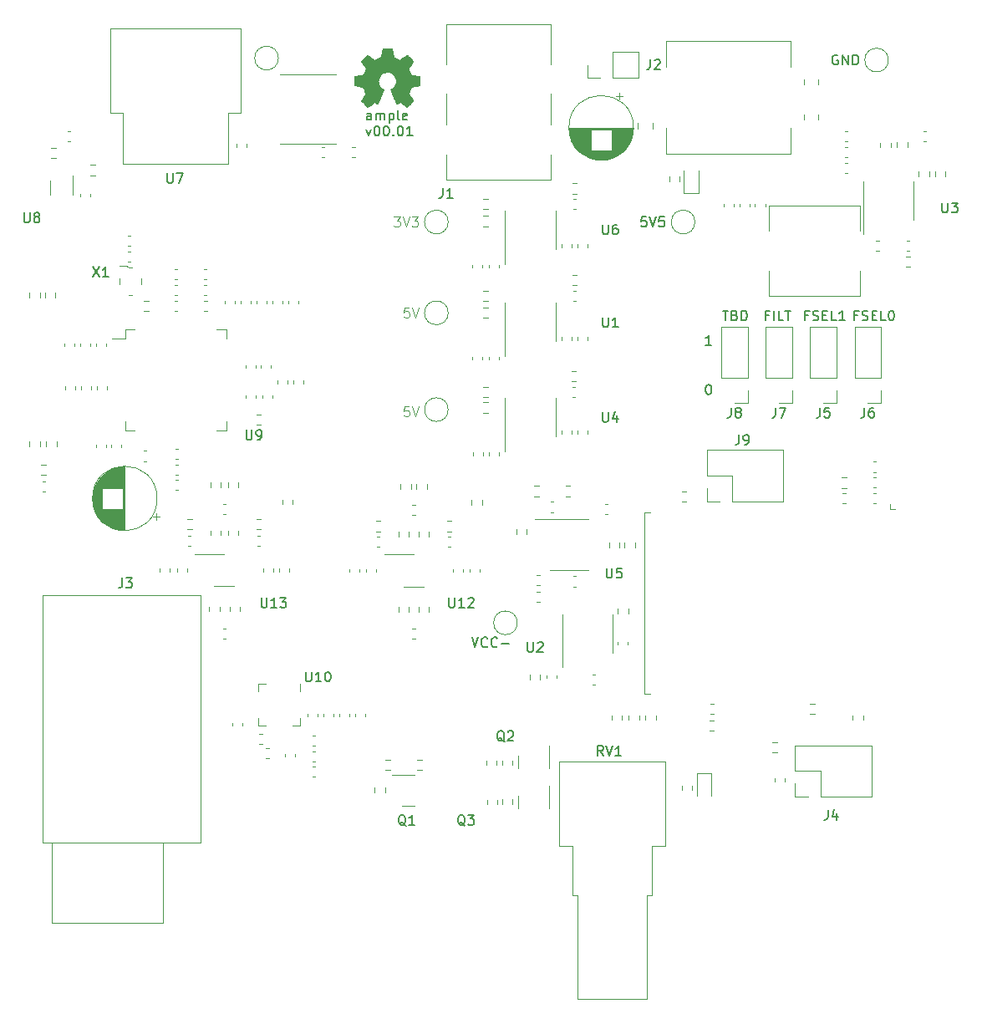
<source format=gbr>
%TF.GenerationSoftware,KiCad,Pcbnew,7.0.4*%
%TF.CreationDate,2023-07-09T20:25:32+02:00*%
%TF.ProjectId,ample,616d706c-652e-46b6-9963-61645f706362,rev?*%
%TF.SameCoordinates,Original*%
%TF.FileFunction,Legend,Top*%
%TF.FilePolarity,Positive*%
%FSLAX46Y46*%
G04 Gerber Fmt 4.6, Leading zero omitted, Abs format (unit mm)*
G04 Created by KiCad (PCBNEW 7.0.4) date 2023-07-09 20:25:32*
%MOMM*%
%LPD*%
G01*
G04 APERTURE LIST*
%ADD10C,0.150000*%
%ADD11C,0.125000*%
%ADD12C,0.200000*%
%ADD13C,0.010000*%
%ADD14C,0.120000*%
G04 APERTURE END LIST*
D10*
X165253696Y-67869819D02*
X164777506Y-67869819D01*
X164777506Y-67869819D02*
X164729887Y-68346009D01*
X164729887Y-68346009D02*
X164777506Y-68298390D01*
X164777506Y-68298390D02*
X164872744Y-68250771D01*
X164872744Y-68250771D02*
X165110839Y-68250771D01*
X165110839Y-68250771D02*
X165206077Y-68298390D01*
X165206077Y-68298390D02*
X165253696Y-68346009D01*
X165253696Y-68346009D02*
X165301315Y-68441247D01*
X165301315Y-68441247D02*
X165301315Y-68679342D01*
X165301315Y-68679342D02*
X165253696Y-68774580D01*
X165253696Y-68774580D02*
X165206077Y-68822200D01*
X165206077Y-68822200D02*
X165110839Y-68869819D01*
X165110839Y-68869819D02*
X164872744Y-68869819D01*
X164872744Y-68869819D02*
X164777506Y-68822200D01*
X164777506Y-68822200D02*
X164729887Y-68774580D01*
X165587030Y-67869819D02*
X165920363Y-68869819D01*
X165920363Y-68869819D02*
X166253696Y-67869819D01*
X167063220Y-67869819D02*
X166587030Y-67869819D01*
X166587030Y-67869819D02*
X166539411Y-68346009D01*
X166539411Y-68346009D02*
X166587030Y-68298390D01*
X166587030Y-68298390D02*
X166682268Y-68250771D01*
X166682268Y-68250771D02*
X166920363Y-68250771D01*
X166920363Y-68250771D02*
X167015601Y-68298390D01*
X167015601Y-68298390D02*
X167063220Y-68346009D01*
X167063220Y-68346009D02*
X167110839Y-68441247D01*
X167110839Y-68441247D02*
X167110839Y-68679342D01*
X167110839Y-68679342D02*
X167063220Y-68774580D01*
X167063220Y-68774580D02*
X167015601Y-68822200D01*
X167015601Y-68822200D02*
X166920363Y-68869819D01*
X166920363Y-68869819D02*
X166682268Y-68869819D01*
X166682268Y-68869819D02*
X166587030Y-68822200D01*
X166587030Y-68822200D02*
X166539411Y-68774580D01*
X184660588Y-51517438D02*
X184565350Y-51469819D01*
X184565350Y-51469819D02*
X184422493Y-51469819D01*
X184422493Y-51469819D02*
X184279636Y-51517438D01*
X184279636Y-51517438D02*
X184184398Y-51612676D01*
X184184398Y-51612676D02*
X184136779Y-51707914D01*
X184136779Y-51707914D02*
X184089160Y-51898390D01*
X184089160Y-51898390D02*
X184089160Y-52041247D01*
X184089160Y-52041247D02*
X184136779Y-52231723D01*
X184136779Y-52231723D02*
X184184398Y-52326961D01*
X184184398Y-52326961D02*
X184279636Y-52422200D01*
X184279636Y-52422200D02*
X184422493Y-52469819D01*
X184422493Y-52469819D02*
X184517731Y-52469819D01*
X184517731Y-52469819D02*
X184660588Y-52422200D01*
X184660588Y-52422200D02*
X184708207Y-52374580D01*
X184708207Y-52374580D02*
X184708207Y-52041247D01*
X184708207Y-52041247D02*
X184517731Y-52041247D01*
X185136779Y-52469819D02*
X185136779Y-51469819D01*
X185136779Y-51469819D02*
X185708207Y-52469819D01*
X185708207Y-52469819D02*
X185708207Y-51469819D01*
X186184398Y-52469819D02*
X186184398Y-51469819D01*
X186184398Y-51469819D02*
X186422493Y-51469819D01*
X186422493Y-51469819D02*
X186565350Y-51517438D01*
X186565350Y-51517438D02*
X186660588Y-51612676D01*
X186660588Y-51612676D02*
X186708207Y-51707914D01*
X186708207Y-51707914D02*
X186755826Y-51898390D01*
X186755826Y-51898390D02*
X186755826Y-52041247D01*
X186755826Y-52041247D02*
X186708207Y-52231723D01*
X186708207Y-52231723D02*
X186660588Y-52326961D01*
X186660588Y-52326961D02*
X186565350Y-52422200D01*
X186565350Y-52422200D02*
X186422493Y-52469819D01*
X186422493Y-52469819D02*
X186184398Y-52469819D01*
X147593922Y-110469819D02*
X147927255Y-111469819D01*
X147927255Y-111469819D02*
X148260588Y-110469819D01*
X149165350Y-111374580D02*
X149117731Y-111422200D01*
X149117731Y-111422200D02*
X148974874Y-111469819D01*
X148974874Y-111469819D02*
X148879636Y-111469819D01*
X148879636Y-111469819D02*
X148736779Y-111422200D01*
X148736779Y-111422200D02*
X148641541Y-111326961D01*
X148641541Y-111326961D02*
X148593922Y-111231723D01*
X148593922Y-111231723D02*
X148546303Y-111041247D01*
X148546303Y-111041247D02*
X148546303Y-110898390D01*
X148546303Y-110898390D02*
X148593922Y-110707914D01*
X148593922Y-110707914D02*
X148641541Y-110612676D01*
X148641541Y-110612676D02*
X148736779Y-110517438D01*
X148736779Y-110517438D02*
X148879636Y-110469819D01*
X148879636Y-110469819D02*
X148974874Y-110469819D01*
X148974874Y-110469819D02*
X149117731Y-110517438D01*
X149117731Y-110517438D02*
X149165350Y-110565057D01*
X150165350Y-111374580D02*
X150117731Y-111422200D01*
X150117731Y-111422200D02*
X149974874Y-111469819D01*
X149974874Y-111469819D02*
X149879636Y-111469819D01*
X149879636Y-111469819D02*
X149736779Y-111422200D01*
X149736779Y-111422200D02*
X149641541Y-111326961D01*
X149641541Y-111326961D02*
X149593922Y-111231723D01*
X149593922Y-111231723D02*
X149546303Y-111041247D01*
X149546303Y-111041247D02*
X149546303Y-110898390D01*
X149546303Y-110898390D02*
X149593922Y-110707914D01*
X149593922Y-110707914D02*
X149641541Y-110612676D01*
X149641541Y-110612676D02*
X149736779Y-110517438D01*
X149736779Y-110517438D02*
X149879636Y-110469819D01*
X149879636Y-110469819D02*
X149974874Y-110469819D01*
X149974874Y-110469819D02*
X150117731Y-110517438D01*
X150117731Y-110517438D02*
X150165350Y-110565057D01*
X150593922Y-111088866D02*
X151355827Y-111088866D01*
D11*
X141222525Y-87071119D02*
X140746335Y-87071119D01*
X140746335Y-87071119D02*
X140698716Y-87547309D01*
X140698716Y-87547309D02*
X140746335Y-87499690D01*
X140746335Y-87499690D02*
X140841573Y-87452071D01*
X140841573Y-87452071D02*
X141079668Y-87452071D01*
X141079668Y-87452071D02*
X141174906Y-87499690D01*
X141174906Y-87499690D02*
X141222525Y-87547309D01*
X141222525Y-87547309D02*
X141270144Y-87642547D01*
X141270144Y-87642547D02*
X141270144Y-87880642D01*
X141270144Y-87880642D02*
X141222525Y-87975880D01*
X141222525Y-87975880D02*
X141174906Y-88023500D01*
X141174906Y-88023500D02*
X141079668Y-88071119D01*
X141079668Y-88071119D02*
X140841573Y-88071119D01*
X140841573Y-88071119D02*
X140746335Y-88023500D01*
X140746335Y-88023500D02*
X140698716Y-87975880D01*
X141555859Y-87071119D02*
X141889192Y-88071119D01*
X141889192Y-88071119D02*
X142222525Y-87071119D01*
X141222525Y-77071119D02*
X140746335Y-77071119D01*
X140746335Y-77071119D02*
X140698716Y-77547309D01*
X140698716Y-77547309D02*
X140746335Y-77499690D01*
X140746335Y-77499690D02*
X140841573Y-77452071D01*
X140841573Y-77452071D02*
X141079668Y-77452071D01*
X141079668Y-77452071D02*
X141174906Y-77499690D01*
X141174906Y-77499690D02*
X141222525Y-77547309D01*
X141222525Y-77547309D02*
X141270144Y-77642547D01*
X141270144Y-77642547D02*
X141270144Y-77880642D01*
X141270144Y-77880642D02*
X141222525Y-77975880D01*
X141222525Y-77975880D02*
X141174906Y-78023500D01*
X141174906Y-78023500D02*
X141079668Y-78071119D01*
X141079668Y-78071119D02*
X140841573Y-78071119D01*
X140841573Y-78071119D02*
X140746335Y-78023500D01*
X140746335Y-78023500D02*
X140698716Y-77975880D01*
X141555859Y-77071119D02*
X141889192Y-78071119D01*
X141889192Y-78071119D02*
X142222525Y-77071119D01*
X139698716Y-67871119D02*
X140317763Y-67871119D01*
X140317763Y-67871119D02*
X139984430Y-68252071D01*
X139984430Y-68252071D02*
X140127287Y-68252071D01*
X140127287Y-68252071D02*
X140222525Y-68299690D01*
X140222525Y-68299690D02*
X140270144Y-68347309D01*
X140270144Y-68347309D02*
X140317763Y-68442547D01*
X140317763Y-68442547D02*
X140317763Y-68680642D01*
X140317763Y-68680642D02*
X140270144Y-68775880D01*
X140270144Y-68775880D02*
X140222525Y-68823500D01*
X140222525Y-68823500D02*
X140127287Y-68871119D01*
X140127287Y-68871119D02*
X139841573Y-68871119D01*
X139841573Y-68871119D02*
X139746335Y-68823500D01*
X139746335Y-68823500D02*
X139698716Y-68775880D01*
X140603478Y-67871119D02*
X140936811Y-68871119D01*
X140936811Y-68871119D02*
X141270144Y-67871119D01*
X141508240Y-67871119D02*
X142127287Y-67871119D01*
X142127287Y-67871119D02*
X141793954Y-68252071D01*
X141793954Y-68252071D02*
X141936811Y-68252071D01*
X141936811Y-68252071D02*
X142032049Y-68299690D01*
X142032049Y-68299690D02*
X142079668Y-68347309D01*
X142079668Y-68347309D02*
X142127287Y-68442547D01*
X142127287Y-68442547D02*
X142127287Y-68680642D01*
X142127287Y-68680642D02*
X142079668Y-68775880D01*
X142079668Y-68775880D02*
X142032049Y-68823500D01*
X142032049Y-68823500D02*
X141936811Y-68871119D01*
X141936811Y-68871119D02*
X141651097Y-68871119D01*
X141651097Y-68871119D02*
X141555859Y-68823500D01*
X141555859Y-68823500D02*
X141508240Y-68775880D01*
D10*
X171860588Y-80869819D02*
X171289160Y-80869819D01*
X171574874Y-80869819D02*
X171574874Y-79869819D01*
X171574874Y-79869819D02*
X171479636Y-80012676D01*
X171479636Y-80012676D02*
X171384398Y-80107914D01*
X171384398Y-80107914D02*
X171289160Y-80155533D01*
X186670112Y-77846009D02*
X186336779Y-77846009D01*
X186336779Y-78369819D02*
X186336779Y-77369819D01*
X186336779Y-77369819D02*
X186812969Y-77369819D01*
X187146303Y-78322200D02*
X187289160Y-78369819D01*
X187289160Y-78369819D02*
X187527255Y-78369819D01*
X187527255Y-78369819D02*
X187622493Y-78322200D01*
X187622493Y-78322200D02*
X187670112Y-78274580D01*
X187670112Y-78274580D02*
X187717731Y-78179342D01*
X187717731Y-78179342D02*
X187717731Y-78084104D01*
X187717731Y-78084104D02*
X187670112Y-77988866D01*
X187670112Y-77988866D02*
X187622493Y-77941247D01*
X187622493Y-77941247D02*
X187527255Y-77893628D01*
X187527255Y-77893628D02*
X187336779Y-77846009D01*
X187336779Y-77846009D02*
X187241541Y-77798390D01*
X187241541Y-77798390D02*
X187193922Y-77750771D01*
X187193922Y-77750771D02*
X187146303Y-77655533D01*
X187146303Y-77655533D02*
X187146303Y-77560295D01*
X187146303Y-77560295D02*
X187193922Y-77465057D01*
X187193922Y-77465057D02*
X187241541Y-77417438D01*
X187241541Y-77417438D02*
X187336779Y-77369819D01*
X187336779Y-77369819D02*
X187574874Y-77369819D01*
X187574874Y-77369819D02*
X187717731Y-77417438D01*
X188146303Y-77846009D02*
X188479636Y-77846009D01*
X188622493Y-78369819D02*
X188146303Y-78369819D01*
X188146303Y-78369819D02*
X188146303Y-77369819D01*
X188146303Y-77369819D02*
X188622493Y-77369819D01*
X189527255Y-78369819D02*
X189051065Y-78369819D01*
X189051065Y-78369819D02*
X189051065Y-77369819D01*
X190051065Y-77369819D02*
X190146303Y-77369819D01*
X190146303Y-77369819D02*
X190241541Y-77417438D01*
X190241541Y-77417438D02*
X190289160Y-77465057D01*
X190289160Y-77465057D02*
X190336779Y-77560295D01*
X190336779Y-77560295D02*
X190384398Y-77750771D01*
X190384398Y-77750771D02*
X190384398Y-77988866D01*
X190384398Y-77988866D02*
X190336779Y-78179342D01*
X190336779Y-78179342D02*
X190289160Y-78274580D01*
X190289160Y-78274580D02*
X190241541Y-78322200D01*
X190241541Y-78322200D02*
X190146303Y-78369819D01*
X190146303Y-78369819D02*
X190051065Y-78369819D01*
X190051065Y-78369819D02*
X189955827Y-78322200D01*
X189955827Y-78322200D02*
X189908208Y-78274580D01*
X189908208Y-78274580D02*
X189860589Y-78179342D01*
X189860589Y-78179342D02*
X189812970Y-77988866D01*
X189812970Y-77988866D02*
X189812970Y-77750771D01*
X189812970Y-77750771D02*
X189860589Y-77560295D01*
X189860589Y-77560295D02*
X189908208Y-77465057D01*
X189908208Y-77465057D02*
X189955827Y-77417438D01*
X189955827Y-77417438D02*
X190051065Y-77369819D01*
X172993922Y-77369819D02*
X173565350Y-77369819D01*
X173279636Y-78369819D02*
X173279636Y-77369819D01*
X174232017Y-77846009D02*
X174374874Y-77893628D01*
X174374874Y-77893628D02*
X174422493Y-77941247D01*
X174422493Y-77941247D02*
X174470112Y-78036485D01*
X174470112Y-78036485D02*
X174470112Y-78179342D01*
X174470112Y-78179342D02*
X174422493Y-78274580D01*
X174422493Y-78274580D02*
X174374874Y-78322200D01*
X174374874Y-78322200D02*
X174279636Y-78369819D01*
X174279636Y-78369819D02*
X173898684Y-78369819D01*
X173898684Y-78369819D02*
X173898684Y-77369819D01*
X173898684Y-77369819D02*
X174232017Y-77369819D01*
X174232017Y-77369819D02*
X174327255Y-77417438D01*
X174327255Y-77417438D02*
X174374874Y-77465057D01*
X174374874Y-77465057D02*
X174422493Y-77560295D01*
X174422493Y-77560295D02*
X174422493Y-77655533D01*
X174422493Y-77655533D02*
X174374874Y-77750771D01*
X174374874Y-77750771D02*
X174327255Y-77798390D01*
X174327255Y-77798390D02*
X174232017Y-77846009D01*
X174232017Y-77846009D02*
X173898684Y-77846009D01*
X174898684Y-78369819D02*
X174898684Y-77369819D01*
X174898684Y-77369819D02*
X175136779Y-77369819D01*
X175136779Y-77369819D02*
X175279636Y-77417438D01*
X175279636Y-77417438D02*
X175374874Y-77512676D01*
X175374874Y-77512676D02*
X175422493Y-77607914D01*
X175422493Y-77607914D02*
X175470112Y-77798390D01*
X175470112Y-77798390D02*
X175470112Y-77941247D01*
X175470112Y-77941247D02*
X175422493Y-78131723D01*
X175422493Y-78131723D02*
X175374874Y-78226961D01*
X175374874Y-78226961D02*
X175279636Y-78322200D01*
X175279636Y-78322200D02*
X175136779Y-78369819D01*
X175136779Y-78369819D02*
X174898684Y-78369819D01*
D12*
X137398244Y-58057219D02*
X137398244Y-57533409D01*
X137398244Y-57533409D02*
X137350625Y-57438171D01*
X137350625Y-57438171D02*
X137255387Y-57390552D01*
X137255387Y-57390552D02*
X137064911Y-57390552D01*
X137064911Y-57390552D02*
X136969673Y-57438171D01*
X137398244Y-58009600D02*
X137303006Y-58057219D01*
X137303006Y-58057219D02*
X137064911Y-58057219D01*
X137064911Y-58057219D02*
X136969673Y-58009600D01*
X136969673Y-58009600D02*
X136922054Y-57914361D01*
X136922054Y-57914361D02*
X136922054Y-57819123D01*
X136922054Y-57819123D02*
X136969673Y-57723885D01*
X136969673Y-57723885D02*
X137064911Y-57676266D01*
X137064911Y-57676266D02*
X137303006Y-57676266D01*
X137303006Y-57676266D02*
X137398244Y-57628647D01*
X137874435Y-58057219D02*
X137874435Y-57390552D01*
X137874435Y-57485790D02*
X137922054Y-57438171D01*
X137922054Y-57438171D02*
X138017292Y-57390552D01*
X138017292Y-57390552D02*
X138160149Y-57390552D01*
X138160149Y-57390552D02*
X138255387Y-57438171D01*
X138255387Y-57438171D02*
X138303006Y-57533409D01*
X138303006Y-57533409D02*
X138303006Y-58057219D01*
X138303006Y-57533409D02*
X138350625Y-57438171D01*
X138350625Y-57438171D02*
X138445863Y-57390552D01*
X138445863Y-57390552D02*
X138588720Y-57390552D01*
X138588720Y-57390552D02*
X138683959Y-57438171D01*
X138683959Y-57438171D02*
X138731578Y-57533409D01*
X138731578Y-57533409D02*
X138731578Y-58057219D01*
X139207768Y-57390552D02*
X139207768Y-58390552D01*
X139207768Y-57438171D02*
X139303006Y-57390552D01*
X139303006Y-57390552D02*
X139493482Y-57390552D01*
X139493482Y-57390552D02*
X139588720Y-57438171D01*
X139588720Y-57438171D02*
X139636339Y-57485790D01*
X139636339Y-57485790D02*
X139683958Y-57581028D01*
X139683958Y-57581028D02*
X139683958Y-57866742D01*
X139683958Y-57866742D02*
X139636339Y-57961980D01*
X139636339Y-57961980D02*
X139588720Y-58009600D01*
X139588720Y-58009600D02*
X139493482Y-58057219D01*
X139493482Y-58057219D02*
X139303006Y-58057219D01*
X139303006Y-58057219D02*
X139207768Y-58009600D01*
X140255387Y-58057219D02*
X140160149Y-58009600D01*
X140160149Y-58009600D02*
X140112530Y-57914361D01*
X140112530Y-57914361D02*
X140112530Y-57057219D01*
X141017292Y-58009600D02*
X140922054Y-58057219D01*
X140922054Y-58057219D02*
X140731578Y-58057219D01*
X140731578Y-58057219D02*
X140636340Y-58009600D01*
X140636340Y-58009600D02*
X140588721Y-57914361D01*
X140588721Y-57914361D02*
X140588721Y-57533409D01*
X140588721Y-57533409D02*
X140636340Y-57438171D01*
X140636340Y-57438171D02*
X140731578Y-57390552D01*
X140731578Y-57390552D02*
X140922054Y-57390552D01*
X140922054Y-57390552D02*
X141017292Y-57438171D01*
X141017292Y-57438171D02*
X141064911Y-57533409D01*
X141064911Y-57533409D02*
X141064911Y-57628647D01*
X141064911Y-57628647D02*
X140588721Y-57723885D01*
X136874435Y-59000552D02*
X137112530Y-59667219D01*
X137112530Y-59667219D02*
X137350625Y-59000552D01*
X137922054Y-58667219D02*
X138017292Y-58667219D01*
X138017292Y-58667219D02*
X138112530Y-58714838D01*
X138112530Y-58714838D02*
X138160149Y-58762457D01*
X138160149Y-58762457D02*
X138207768Y-58857695D01*
X138207768Y-58857695D02*
X138255387Y-59048171D01*
X138255387Y-59048171D02*
X138255387Y-59286266D01*
X138255387Y-59286266D02*
X138207768Y-59476742D01*
X138207768Y-59476742D02*
X138160149Y-59571980D01*
X138160149Y-59571980D02*
X138112530Y-59619600D01*
X138112530Y-59619600D02*
X138017292Y-59667219D01*
X138017292Y-59667219D02*
X137922054Y-59667219D01*
X137922054Y-59667219D02*
X137826816Y-59619600D01*
X137826816Y-59619600D02*
X137779197Y-59571980D01*
X137779197Y-59571980D02*
X137731578Y-59476742D01*
X137731578Y-59476742D02*
X137683959Y-59286266D01*
X137683959Y-59286266D02*
X137683959Y-59048171D01*
X137683959Y-59048171D02*
X137731578Y-58857695D01*
X137731578Y-58857695D02*
X137779197Y-58762457D01*
X137779197Y-58762457D02*
X137826816Y-58714838D01*
X137826816Y-58714838D02*
X137922054Y-58667219D01*
X138874435Y-58667219D02*
X138969673Y-58667219D01*
X138969673Y-58667219D02*
X139064911Y-58714838D01*
X139064911Y-58714838D02*
X139112530Y-58762457D01*
X139112530Y-58762457D02*
X139160149Y-58857695D01*
X139160149Y-58857695D02*
X139207768Y-59048171D01*
X139207768Y-59048171D02*
X139207768Y-59286266D01*
X139207768Y-59286266D02*
X139160149Y-59476742D01*
X139160149Y-59476742D02*
X139112530Y-59571980D01*
X139112530Y-59571980D02*
X139064911Y-59619600D01*
X139064911Y-59619600D02*
X138969673Y-59667219D01*
X138969673Y-59667219D02*
X138874435Y-59667219D01*
X138874435Y-59667219D02*
X138779197Y-59619600D01*
X138779197Y-59619600D02*
X138731578Y-59571980D01*
X138731578Y-59571980D02*
X138683959Y-59476742D01*
X138683959Y-59476742D02*
X138636340Y-59286266D01*
X138636340Y-59286266D02*
X138636340Y-59048171D01*
X138636340Y-59048171D02*
X138683959Y-58857695D01*
X138683959Y-58857695D02*
X138731578Y-58762457D01*
X138731578Y-58762457D02*
X138779197Y-58714838D01*
X138779197Y-58714838D02*
X138874435Y-58667219D01*
X139636340Y-59571980D02*
X139683959Y-59619600D01*
X139683959Y-59619600D02*
X139636340Y-59667219D01*
X139636340Y-59667219D02*
X139588721Y-59619600D01*
X139588721Y-59619600D02*
X139636340Y-59571980D01*
X139636340Y-59571980D02*
X139636340Y-59667219D01*
X140303006Y-58667219D02*
X140398244Y-58667219D01*
X140398244Y-58667219D02*
X140493482Y-58714838D01*
X140493482Y-58714838D02*
X140541101Y-58762457D01*
X140541101Y-58762457D02*
X140588720Y-58857695D01*
X140588720Y-58857695D02*
X140636339Y-59048171D01*
X140636339Y-59048171D02*
X140636339Y-59286266D01*
X140636339Y-59286266D02*
X140588720Y-59476742D01*
X140588720Y-59476742D02*
X140541101Y-59571980D01*
X140541101Y-59571980D02*
X140493482Y-59619600D01*
X140493482Y-59619600D02*
X140398244Y-59667219D01*
X140398244Y-59667219D02*
X140303006Y-59667219D01*
X140303006Y-59667219D02*
X140207768Y-59619600D01*
X140207768Y-59619600D02*
X140160149Y-59571980D01*
X140160149Y-59571980D02*
X140112530Y-59476742D01*
X140112530Y-59476742D02*
X140064911Y-59286266D01*
X140064911Y-59286266D02*
X140064911Y-59048171D01*
X140064911Y-59048171D02*
X140112530Y-58857695D01*
X140112530Y-58857695D02*
X140160149Y-58762457D01*
X140160149Y-58762457D02*
X140207768Y-58714838D01*
X140207768Y-58714838D02*
X140303006Y-58667219D01*
X141588720Y-59667219D02*
X141017292Y-59667219D01*
X141303006Y-59667219D02*
X141303006Y-58667219D01*
X141303006Y-58667219D02*
X141207768Y-58810076D01*
X141207768Y-58810076D02*
X141112530Y-58905314D01*
X141112530Y-58905314D02*
X141017292Y-58952933D01*
D10*
X171527255Y-84869819D02*
X171622493Y-84869819D01*
X171622493Y-84869819D02*
X171717731Y-84917438D01*
X171717731Y-84917438D02*
X171765350Y-84965057D01*
X171765350Y-84965057D02*
X171812969Y-85060295D01*
X171812969Y-85060295D02*
X171860588Y-85250771D01*
X171860588Y-85250771D02*
X171860588Y-85488866D01*
X171860588Y-85488866D02*
X171812969Y-85679342D01*
X171812969Y-85679342D02*
X171765350Y-85774580D01*
X171765350Y-85774580D02*
X171717731Y-85822200D01*
X171717731Y-85822200D02*
X171622493Y-85869819D01*
X171622493Y-85869819D02*
X171527255Y-85869819D01*
X171527255Y-85869819D02*
X171432017Y-85822200D01*
X171432017Y-85822200D02*
X171384398Y-85774580D01*
X171384398Y-85774580D02*
X171336779Y-85679342D01*
X171336779Y-85679342D02*
X171289160Y-85488866D01*
X171289160Y-85488866D02*
X171289160Y-85250771D01*
X171289160Y-85250771D02*
X171336779Y-85060295D01*
X171336779Y-85060295D02*
X171384398Y-84965057D01*
X171384398Y-84965057D02*
X171432017Y-84917438D01*
X171432017Y-84917438D02*
X171527255Y-84869819D01*
X177670112Y-77846009D02*
X177336779Y-77846009D01*
X177336779Y-78369819D02*
X177336779Y-77369819D01*
X177336779Y-77369819D02*
X177812969Y-77369819D01*
X178193922Y-78369819D02*
X178193922Y-77369819D01*
X179146302Y-78369819D02*
X178670112Y-78369819D01*
X178670112Y-78369819D02*
X178670112Y-77369819D01*
X179336779Y-77369819D02*
X179908207Y-77369819D01*
X179622493Y-78369819D02*
X179622493Y-77369819D01*
X181670112Y-77846009D02*
X181336779Y-77846009D01*
X181336779Y-78369819D02*
X181336779Y-77369819D01*
X181336779Y-77369819D02*
X181812969Y-77369819D01*
X182146303Y-78322200D02*
X182289160Y-78369819D01*
X182289160Y-78369819D02*
X182527255Y-78369819D01*
X182527255Y-78369819D02*
X182622493Y-78322200D01*
X182622493Y-78322200D02*
X182670112Y-78274580D01*
X182670112Y-78274580D02*
X182717731Y-78179342D01*
X182717731Y-78179342D02*
X182717731Y-78084104D01*
X182717731Y-78084104D02*
X182670112Y-77988866D01*
X182670112Y-77988866D02*
X182622493Y-77941247D01*
X182622493Y-77941247D02*
X182527255Y-77893628D01*
X182527255Y-77893628D02*
X182336779Y-77846009D01*
X182336779Y-77846009D02*
X182241541Y-77798390D01*
X182241541Y-77798390D02*
X182193922Y-77750771D01*
X182193922Y-77750771D02*
X182146303Y-77655533D01*
X182146303Y-77655533D02*
X182146303Y-77560295D01*
X182146303Y-77560295D02*
X182193922Y-77465057D01*
X182193922Y-77465057D02*
X182241541Y-77417438D01*
X182241541Y-77417438D02*
X182336779Y-77369819D01*
X182336779Y-77369819D02*
X182574874Y-77369819D01*
X182574874Y-77369819D02*
X182717731Y-77417438D01*
X183146303Y-77846009D02*
X183479636Y-77846009D01*
X183622493Y-78369819D02*
X183146303Y-78369819D01*
X183146303Y-78369819D02*
X183146303Y-77369819D01*
X183146303Y-77369819D02*
X183622493Y-77369819D01*
X184527255Y-78369819D02*
X184051065Y-78369819D01*
X184051065Y-78369819D02*
X184051065Y-77369819D01*
X185384398Y-78369819D02*
X184812970Y-78369819D01*
X185098684Y-78369819D02*
X185098684Y-77369819D01*
X185098684Y-77369819D02*
X185003446Y-77512676D01*
X185003446Y-77512676D02*
X184908208Y-77607914D01*
X184908208Y-77607914D02*
X184812970Y-77655533D01*
%TO.C,U8*%
X102238095Y-67454819D02*
X102238095Y-68264342D01*
X102238095Y-68264342D02*
X102285714Y-68359580D01*
X102285714Y-68359580D02*
X102333333Y-68407200D01*
X102333333Y-68407200D02*
X102428571Y-68454819D01*
X102428571Y-68454819D02*
X102619047Y-68454819D01*
X102619047Y-68454819D02*
X102714285Y-68407200D01*
X102714285Y-68407200D02*
X102761904Y-68359580D01*
X102761904Y-68359580D02*
X102809523Y-68264342D01*
X102809523Y-68264342D02*
X102809523Y-67454819D01*
X103428571Y-67883390D02*
X103333333Y-67835771D01*
X103333333Y-67835771D02*
X103285714Y-67788152D01*
X103285714Y-67788152D02*
X103238095Y-67692914D01*
X103238095Y-67692914D02*
X103238095Y-67645295D01*
X103238095Y-67645295D02*
X103285714Y-67550057D01*
X103285714Y-67550057D02*
X103333333Y-67502438D01*
X103333333Y-67502438D02*
X103428571Y-67454819D01*
X103428571Y-67454819D02*
X103619047Y-67454819D01*
X103619047Y-67454819D02*
X103714285Y-67502438D01*
X103714285Y-67502438D02*
X103761904Y-67550057D01*
X103761904Y-67550057D02*
X103809523Y-67645295D01*
X103809523Y-67645295D02*
X103809523Y-67692914D01*
X103809523Y-67692914D02*
X103761904Y-67788152D01*
X103761904Y-67788152D02*
X103714285Y-67835771D01*
X103714285Y-67835771D02*
X103619047Y-67883390D01*
X103619047Y-67883390D02*
X103428571Y-67883390D01*
X103428571Y-67883390D02*
X103333333Y-67931009D01*
X103333333Y-67931009D02*
X103285714Y-67978628D01*
X103285714Y-67978628D02*
X103238095Y-68073866D01*
X103238095Y-68073866D02*
X103238095Y-68264342D01*
X103238095Y-68264342D02*
X103285714Y-68359580D01*
X103285714Y-68359580D02*
X103333333Y-68407200D01*
X103333333Y-68407200D02*
X103428571Y-68454819D01*
X103428571Y-68454819D02*
X103619047Y-68454819D01*
X103619047Y-68454819D02*
X103714285Y-68407200D01*
X103714285Y-68407200D02*
X103761904Y-68359580D01*
X103761904Y-68359580D02*
X103809523Y-68264342D01*
X103809523Y-68264342D02*
X103809523Y-68073866D01*
X103809523Y-68073866D02*
X103761904Y-67978628D01*
X103761904Y-67978628D02*
X103714285Y-67931009D01*
X103714285Y-67931009D02*
X103619047Y-67883390D01*
%TO.C,J4*%
X183666666Y-127954819D02*
X183666666Y-128669104D01*
X183666666Y-128669104D02*
X183619047Y-128811961D01*
X183619047Y-128811961D02*
X183523809Y-128907200D01*
X183523809Y-128907200D02*
X183380952Y-128954819D01*
X183380952Y-128954819D02*
X183285714Y-128954819D01*
X184571428Y-128288152D02*
X184571428Y-128954819D01*
X184333333Y-127907200D02*
X184095238Y-128621485D01*
X184095238Y-128621485D02*
X184714285Y-128621485D01*
%TO.C,J9*%
X174666666Y-89954819D02*
X174666666Y-90669104D01*
X174666666Y-90669104D02*
X174619047Y-90811961D01*
X174619047Y-90811961D02*
X174523809Y-90907200D01*
X174523809Y-90907200D02*
X174380952Y-90954819D01*
X174380952Y-90954819D02*
X174285714Y-90954819D01*
X175190476Y-90954819D02*
X175380952Y-90954819D01*
X175380952Y-90954819D02*
X175476190Y-90907200D01*
X175476190Y-90907200D02*
X175523809Y-90859580D01*
X175523809Y-90859580D02*
X175619047Y-90716723D01*
X175619047Y-90716723D02*
X175666666Y-90526247D01*
X175666666Y-90526247D02*
X175666666Y-90145295D01*
X175666666Y-90145295D02*
X175619047Y-90050057D01*
X175619047Y-90050057D02*
X175571428Y-90002438D01*
X175571428Y-90002438D02*
X175476190Y-89954819D01*
X175476190Y-89954819D02*
X175285714Y-89954819D01*
X175285714Y-89954819D02*
X175190476Y-90002438D01*
X175190476Y-90002438D02*
X175142857Y-90050057D01*
X175142857Y-90050057D02*
X175095238Y-90145295D01*
X175095238Y-90145295D02*
X175095238Y-90383390D01*
X175095238Y-90383390D02*
X175142857Y-90478628D01*
X175142857Y-90478628D02*
X175190476Y-90526247D01*
X175190476Y-90526247D02*
X175285714Y-90573866D01*
X175285714Y-90573866D02*
X175476190Y-90573866D01*
X175476190Y-90573866D02*
X175571428Y-90526247D01*
X175571428Y-90526247D02*
X175619047Y-90478628D01*
X175619047Y-90478628D02*
X175666666Y-90383390D01*
%TO.C,U10*%
X130761905Y-113954819D02*
X130761905Y-114764342D01*
X130761905Y-114764342D02*
X130809524Y-114859580D01*
X130809524Y-114859580D02*
X130857143Y-114907200D01*
X130857143Y-114907200D02*
X130952381Y-114954819D01*
X130952381Y-114954819D02*
X131142857Y-114954819D01*
X131142857Y-114954819D02*
X131238095Y-114907200D01*
X131238095Y-114907200D02*
X131285714Y-114859580D01*
X131285714Y-114859580D02*
X131333333Y-114764342D01*
X131333333Y-114764342D02*
X131333333Y-113954819D01*
X132333333Y-114954819D02*
X131761905Y-114954819D01*
X132047619Y-114954819D02*
X132047619Y-113954819D01*
X132047619Y-113954819D02*
X131952381Y-114097676D01*
X131952381Y-114097676D02*
X131857143Y-114192914D01*
X131857143Y-114192914D02*
X131761905Y-114240533D01*
X132952381Y-113954819D02*
X133047619Y-113954819D01*
X133047619Y-113954819D02*
X133142857Y-114002438D01*
X133142857Y-114002438D02*
X133190476Y-114050057D01*
X133190476Y-114050057D02*
X133238095Y-114145295D01*
X133238095Y-114145295D02*
X133285714Y-114335771D01*
X133285714Y-114335771D02*
X133285714Y-114573866D01*
X133285714Y-114573866D02*
X133238095Y-114764342D01*
X133238095Y-114764342D02*
X133190476Y-114859580D01*
X133190476Y-114859580D02*
X133142857Y-114907200D01*
X133142857Y-114907200D02*
X133047619Y-114954819D01*
X133047619Y-114954819D02*
X132952381Y-114954819D01*
X132952381Y-114954819D02*
X132857143Y-114907200D01*
X132857143Y-114907200D02*
X132809524Y-114859580D01*
X132809524Y-114859580D02*
X132761905Y-114764342D01*
X132761905Y-114764342D02*
X132714286Y-114573866D01*
X132714286Y-114573866D02*
X132714286Y-114335771D01*
X132714286Y-114335771D02*
X132761905Y-114145295D01*
X132761905Y-114145295D02*
X132809524Y-114050057D01*
X132809524Y-114050057D02*
X132857143Y-114002438D01*
X132857143Y-114002438D02*
X132952381Y-113954819D01*
%TO.C,U13*%
X126261905Y-106454819D02*
X126261905Y-107264342D01*
X126261905Y-107264342D02*
X126309524Y-107359580D01*
X126309524Y-107359580D02*
X126357143Y-107407200D01*
X126357143Y-107407200D02*
X126452381Y-107454819D01*
X126452381Y-107454819D02*
X126642857Y-107454819D01*
X126642857Y-107454819D02*
X126738095Y-107407200D01*
X126738095Y-107407200D02*
X126785714Y-107359580D01*
X126785714Y-107359580D02*
X126833333Y-107264342D01*
X126833333Y-107264342D02*
X126833333Y-106454819D01*
X127833333Y-107454819D02*
X127261905Y-107454819D01*
X127547619Y-107454819D02*
X127547619Y-106454819D01*
X127547619Y-106454819D02*
X127452381Y-106597676D01*
X127452381Y-106597676D02*
X127357143Y-106692914D01*
X127357143Y-106692914D02*
X127261905Y-106740533D01*
X128166667Y-106454819D02*
X128785714Y-106454819D01*
X128785714Y-106454819D02*
X128452381Y-106835771D01*
X128452381Y-106835771D02*
X128595238Y-106835771D01*
X128595238Y-106835771D02*
X128690476Y-106883390D01*
X128690476Y-106883390D02*
X128738095Y-106931009D01*
X128738095Y-106931009D02*
X128785714Y-107026247D01*
X128785714Y-107026247D02*
X128785714Y-107264342D01*
X128785714Y-107264342D02*
X128738095Y-107359580D01*
X128738095Y-107359580D02*
X128690476Y-107407200D01*
X128690476Y-107407200D02*
X128595238Y-107454819D01*
X128595238Y-107454819D02*
X128309524Y-107454819D01*
X128309524Y-107454819D02*
X128214286Y-107407200D01*
X128214286Y-107407200D02*
X128166667Y-107359580D01*
%TO.C,J3*%
X112166666Y-104454819D02*
X112166666Y-105169104D01*
X112166666Y-105169104D02*
X112119047Y-105311961D01*
X112119047Y-105311961D02*
X112023809Y-105407200D01*
X112023809Y-105407200D02*
X111880952Y-105454819D01*
X111880952Y-105454819D02*
X111785714Y-105454819D01*
X112547619Y-104454819D02*
X113166666Y-104454819D01*
X113166666Y-104454819D02*
X112833333Y-104835771D01*
X112833333Y-104835771D02*
X112976190Y-104835771D01*
X112976190Y-104835771D02*
X113071428Y-104883390D01*
X113071428Y-104883390D02*
X113119047Y-104931009D01*
X113119047Y-104931009D02*
X113166666Y-105026247D01*
X113166666Y-105026247D02*
X113166666Y-105264342D01*
X113166666Y-105264342D02*
X113119047Y-105359580D01*
X113119047Y-105359580D02*
X113071428Y-105407200D01*
X113071428Y-105407200D02*
X112976190Y-105454819D01*
X112976190Y-105454819D02*
X112690476Y-105454819D01*
X112690476Y-105454819D02*
X112595238Y-105407200D01*
X112595238Y-105407200D02*
X112547619Y-105359580D01*
%TO.C,U3*%
X195238095Y-66454819D02*
X195238095Y-67264342D01*
X195238095Y-67264342D02*
X195285714Y-67359580D01*
X195285714Y-67359580D02*
X195333333Y-67407200D01*
X195333333Y-67407200D02*
X195428571Y-67454819D01*
X195428571Y-67454819D02*
X195619047Y-67454819D01*
X195619047Y-67454819D02*
X195714285Y-67407200D01*
X195714285Y-67407200D02*
X195761904Y-67359580D01*
X195761904Y-67359580D02*
X195809523Y-67264342D01*
X195809523Y-67264342D02*
X195809523Y-66454819D01*
X196190476Y-66454819D02*
X196809523Y-66454819D01*
X196809523Y-66454819D02*
X196476190Y-66835771D01*
X196476190Y-66835771D02*
X196619047Y-66835771D01*
X196619047Y-66835771D02*
X196714285Y-66883390D01*
X196714285Y-66883390D02*
X196761904Y-66931009D01*
X196761904Y-66931009D02*
X196809523Y-67026247D01*
X196809523Y-67026247D02*
X196809523Y-67264342D01*
X196809523Y-67264342D02*
X196761904Y-67359580D01*
X196761904Y-67359580D02*
X196714285Y-67407200D01*
X196714285Y-67407200D02*
X196619047Y-67454819D01*
X196619047Y-67454819D02*
X196333333Y-67454819D01*
X196333333Y-67454819D02*
X196238095Y-67407200D01*
X196238095Y-67407200D02*
X196190476Y-67359580D01*
%TO.C,U4*%
X160838095Y-87654819D02*
X160838095Y-88464342D01*
X160838095Y-88464342D02*
X160885714Y-88559580D01*
X160885714Y-88559580D02*
X160933333Y-88607200D01*
X160933333Y-88607200D02*
X161028571Y-88654819D01*
X161028571Y-88654819D02*
X161219047Y-88654819D01*
X161219047Y-88654819D02*
X161314285Y-88607200D01*
X161314285Y-88607200D02*
X161361904Y-88559580D01*
X161361904Y-88559580D02*
X161409523Y-88464342D01*
X161409523Y-88464342D02*
X161409523Y-87654819D01*
X162314285Y-87988152D02*
X162314285Y-88654819D01*
X162076190Y-87607200D02*
X161838095Y-88321485D01*
X161838095Y-88321485D02*
X162457142Y-88321485D01*
%TO.C,RV1*%
X160904761Y-122454819D02*
X160571428Y-121978628D01*
X160333333Y-122454819D02*
X160333333Y-121454819D01*
X160333333Y-121454819D02*
X160714285Y-121454819D01*
X160714285Y-121454819D02*
X160809523Y-121502438D01*
X160809523Y-121502438D02*
X160857142Y-121550057D01*
X160857142Y-121550057D02*
X160904761Y-121645295D01*
X160904761Y-121645295D02*
X160904761Y-121788152D01*
X160904761Y-121788152D02*
X160857142Y-121883390D01*
X160857142Y-121883390D02*
X160809523Y-121931009D01*
X160809523Y-121931009D02*
X160714285Y-121978628D01*
X160714285Y-121978628D02*
X160333333Y-121978628D01*
X161190476Y-121454819D02*
X161523809Y-122454819D01*
X161523809Y-122454819D02*
X161857142Y-121454819D01*
X162714285Y-122454819D02*
X162142857Y-122454819D01*
X162428571Y-122454819D02*
X162428571Y-121454819D01*
X162428571Y-121454819D02*
X162333333Y-121597676D01*
X162333333Y-121597676D02*
X162238095Y-121692914D01*
X162238095Y-121692914D02*
X162142857Y-121740533D01*
%TO.C,Q3*%
X146904761Y-129550057D02*
X146809523Y-129502438D01*
X146809523Y-129502438D02*
X146714285Y-129407200D01*
X146714285Y-129407200D02*
X146571428Y-129264342D01*
X146571428Y-129264342D02*
X146476190Y-129216723D01*
X146476190Y-129216723D02*
X146380952Y-129216723D01*
X146428571Y-129454819D02*
X146333333Y-129407200D01*
X146333333Y-129407200D02*
X146238095Y-129311961D01*
X146238095Y-129311961D02*
X146190476Y-129121485D01*
X146190476Y-129121485D02*
X146190476Y-128788152D01*
X146190476Y-128788152D02*
X146238095Y-128597676D01*
X146238095Y-128597676D02*
X146333333Y-128502438D01*
X146333333Y-128502438D02*
X146428571Y-128454819D01*
X146428571Y-128454819D02*
X146619047Y-128454819D01*
X146619047Y-128454819D02*
X146714285Y-128502438D01*
X146714285Y-128502438D02*
X146809523Y-128597676D01*
X146809523Y-128597676D02*
X146857142Y-128788152D01*
X146857142Y-128788152D02*
X146857142Y-129121485D01*
X146857142Y-129121485D02*
X146809523Y-129311961D01*
X146809523Y-129311961D02*
X146714285Y-129407200D01*
X146714285Y-129407200D02*
X146619047Y-129454819D01*
X146619047Y-129454819D02*
X146428571Y-129454819D01*
X147190476Y-128454819D02*
X147809523Y-128454819D01*
X147809523Y-128454819D02*
X147476190Y-128835771D01*
X147476190Y-128835771D02*
X147619047Y-128835771D01*
X147619047Y-128835771D02*
X147714285Y-128883390D01*
X147714285Y-128883390D02*
X147761904Y-128931009D01*
X147761904Y-128931009D02*
X147809523Y-129026247D01*
X147809523Y-129026247D02*
X147809523Y-129264342D01*
X147809523Y-129264342D02*
X147761904Y-129359580D01*
X147761904Y-129359580D02*
X147714285Y-129407200D01*
X147714285Y-129407200D02*
X147619047Y-129454819D01*
X147619047Y-129454819D02*
X147333333Y-129454819D01*
X147333333Y-129454819D02*
X147238095Y-129407200D01*
X147238095Y-129407200D02*
X147190476Y-129359580D01*
%TO.C,J5*%
X182866666Y-87209819D02*
X182866666Y-87924104D01*
X182866666Y-87924104D02*
X182819047Y-88066961D01*
X182819047Y-88066961D02*
X182723809Y-88162200D01*
X182723809Y-88162200D02*
X182580952Y-88209819D01*
X182580952Y-88209819D02*
X182485714Y-88209819D01*
X183819047Y-87209819D02*
X183342857Y-87209819D01*
X183342857Y-87209819D02*
X183295238Y-87686009D01*
X183295238Y-87686009D02*
X183342857Y-87638390D01*
X183342857Y-87638390D02*
X183438095Y-87590771D01*
X183438095Y-87590771D02*
X183676190Y-87590771D01*
X183676190Y-87590771D02*
X183771428Y-87638390D01*
X183771428Y-87638390D02*
X183819047Y-87686009D01*
X183819047Y-87686009D02*
X183866666Y-87781247D01*
X183866666Y-87781247D02*
X183866666Y-88019342D01*
X183866666Y-88019342D02*
X183819047Y-88114580D01*
X183819047Y-88114580D02*
X183771428Y-88162200D01*
X183771428Y-88162200D02*
X183676190Y-88209819D01*
X183676190Y-88209819D02*
X183438095Y-88209819D01*
X183438095Y-88209819D02*
X183342857Y-88162200D01*
X183342857Y-88162200D02*
X183295238Y-88114580D01*
%TO.C,Q2*%
X150904761Y-121050057D02*
X150809523Y-121002438D01*
X150809523Y-121002438D02*
X150714285Y-120907200D01*
X150714285Y-120907200D02*
X150571428Y-120764342D01*
X150571428Y-120764342D02*
X150476190Y-120716723D01*
X150476190Y-120716723D02*
X150380952Y-120716723D01*
X150428571Y-120954819D02*
X150333333Y-120907200D01*
X150333333Y-120907200D02*
X150238095Y-120811961D01*
X150238095Y-120811961D02*
X150190476Y-120621485D01*
X150190476Y-120621485D02*
X150190476Y-120288152D01*
X150190476Y-120288152D02*
X150238095Y-120097676D01*
X150238095Y-120097676D02*
X150333333Y-120002438D01*
X150333333Y-120002438D02*
X150428571Y-119954819D01*
X150428571Y-119954819D02*
X150619047Y-119954819D01*
X150619047Y-119954819D02*
X150714285Y-120002438D01*
X150714285Y-120002438D02*
X150809523Y-120097676D01*
X150809523Y-120097676D02*
X150857142Y-120288152D01*
X150857142Y-120288152D02*
X150857142Y-120621485D01*
X150857142Y-120621485D02*
X150809523Y-120811961D01*
X150809523Y-120811961D02*
X150714285Y-120907200D01*
X150714285Y-120907200D02*
X150619047Y-120954819D01*
X150619047Y-120954819D02*
X150428571Y-120954819D01*
X151238095Y-120050057D02*
X151285714Y-120002438D01*
X151285714Y-120002438D02*
X151380952Y-119954819D01*
X151380952Y-119954819D02*
X151619047Y-119954819D01*
X151619047Y-119954819D02*
X151714285Y-120002438D01*
X151714285Y-120002438D02*
X151761904Y-120050057D01*
X151761904Y-120050057D02*
X151809523Y-120145295D01*
X151809523Y-120145295D02*
X151809523Y-120240533D01*
X151809523Y-120240533D02*
X151761904Y-120383390D01*
X151761904Y-120383390D02*
X151190476Y-120954819D01*
X151190476Y-120954819D02*
X151809523Y-120954819D01*
%TO.C,U12*%
X145261905Y-106454819D02*
X145261905Y-107264342D01*
X145261905Y-107264342D02*
X145309524Y-107359580D01*
X145309524Y-107359580D02*
X145357143Y-107407200D01*
X145357143Y-107407200D02*
X145452381Y-107454819D01*
X145452381Y-107454819D02*
X145642857Y-107454819D01*
X145642857Y-107454819D02*
X145738095Y-107407200D01*
X145738095Y-107407200D02*
X145785714Y-107359580D01*
X145785714Y-107359580D02*
X145833333Y-107264342D01*
X145833333Y-107264342D02*
X145833333Y-106454819D01*
X146833333Y-107454819D02*
X146261905Y-107454819D01*
X146547619Y-107454819D02*
X146547619Y-106454819D01*
X146547619Y-106454819D02*
X146452381Y-106597676D01*
X146452381Y-106597676D02*
X146357143Y-106692914D01*
X146357143Y-106692914D02*
X146261905Y-106740533D01*
X147214286Y-106550057D02*
X147261905Y-106502438D01*
X147261905Y-106502438D02*
X147357143Y-106454819D01*
X147357143Y-106454819D02*
X147595238Y-106454819D01*
X147595238Y-106454819D02*
X147690476Y-106502438D01*
X147690476Y-106502438D02*
X147738095Y-106550057D01*
X147738095Y-106550057D02*
X147785714Y-106645295D01*
X147785714Y-106645295D02*
X147785714Y-106740533D01*
X147785714Y-106740533D02*
X147738095Y-106883390D01*
X147738095Y-106883390D02*
X147166667Y-107454819D01*
X147166667Y-107454819D02*
X147785714Y-107454819D01*
%TO.C,U9*%
X124738095Y-89454819D02*
X124738095Y-90264342D01*
X124738095Y-90264342D02*
X124785714Y-90359580D01*
X124785714Y-90359580D02*
X124833333Y-90407200D01*
X124833333Y-90407200D02*
X124928571Y-90454819D01*
X124928571Y-90454819D02*
X125119047Y-90454819D01*
X125119047Y-90454819D02*
X125214285Y-90407200D01*
X125214285Y-90407200D02*
X125261904Y-90359580D01*
X125261904Y-90359580D02*
X125309523Y-90264342D01*
X125309523Y-90264342D02*
X125309523Y-89454819D01*
X125833333Y-90454819D02*
X126023809Y-90454819D01*
X126023809Y-90454819D02*
X126119047Y-90407200D01*
X126119047Y-90407200D02*
X126166666Y-90359580D01*
X126166666Y-90359580D02*
X126261904Y-90216723D01*
X126261904Y-90216723D02*
X126309523Y-90026247D01*
X126309523Y-90026247D02*
X126309523Y-89645295D01*
X126309523Y-89645295D02*
X126261904Y-89550057D01*
X126261904Y-89550057D02*
X126214285Y-89502438D01*
X126214285Y-89502438D02*
X126119047Y-89454819D01*
X126119047Y-89454819D02*
X125928571Y-89454819D01*
X125928571Y-89454819D02*
X125833333Y-89502438D01*
X125833333Y-89502438D02*
X125785714Y-89550057D01*
X125785714Y-89550057D02*
X125738095Y-89645295D01*
X125738095Y-89645295D02*
X125738095Y-89883390D01*
X125738095Y-89883390D02*
X125785714Y-89978628D01*
X125785714Y-89978628D02*
X125833333Y-90026247D01*
X125833333Y-90026247D02*
X125928571Y-90073866D01*
X125928571Y-90073866D02*
X126119047Y-90073866D01*
X126119047Y-90073866D02*
X126214285Y-90026247D01*
X126214285Y-90026247D02*
X126261904Y-89978628D01*
X126261904Y-89978628D02*
X126309523Y-89883390D01*
%TO.C,J2*%
X165666666Y-51954819D02*
X165666666Y-52669104D01*
X165666666Y-52669104D02*
X165619047Y-52811961D01*
X165619047Y-52811961D02*
X165523809Y-52907200D01*
X165523809Y-52907200D02*
X165380952Y-52954819D01*
X165380952Y-52954819D02*
X165285714Y-52954819D01*
X166095238Y-52050057D02*
X166142857Y-52002438D01*
X166142857Y-52002438D02*
X166238095Y-51954819D01*
X166238095Y-51954819D02*
X166476190Y-51954819D01*
X166476190Y-51954819D02*
X166571428Y-52002438D01*
X166571428Y-52002438D02*
X166619047Y-52050057D01*
X166619047Y-52050057D02*
X166666666Y-52145295D01*
X166666666Y-52145295D02*
X166666666Y-52240533D01*
X166666666Y-52240533D02*
X166619047Y-52383390D01*
X166619047Y-52383390D02*
X166047619Y-52954819D01*
X166047619Y-52954819D02*
X166666666Y-52954819D01*
%TO.C,Q1*%
X140904761Y-129550057D02*
X140809523Y-129502438D01*
X140809523Y-129502438D02*
X140714285Y-129407200D01*
X140714285Y-129407200D02*
X140571428Y-129264342D01*
X140571428Y-129264342D02*
X140476190Y-129216723D01*
X140476190Y-129216723D02*
X140380952Y-129216723D01*
X140428571Y-129454819D02*
X140333333Y-129407200D01*
X140333333Y-129407200D02*
X140238095Y-129311961D01*
X140238095Y-129311961D02*
X140190476Y-129121485D01*
X140190476Y-129121485D02*
X140190476Y-128788152D01*
X140190476Y-128788152D02*
X140238095Y-128597676D01*
X140238095Y-128597676D02*
X140333333Y-128502438D01*
X140333333Y-128502438D02*
X140428571Y-128454819D01*
X140428571Y-128454819D02*
X140619047Y-128454819D01*
X140619047Y-128454819D02*
X140714285Y-128502438D01*
X140714285Y-128502438D02*
X140809523Y-128597676D01*
X140809523Y-128597676D02*
X140857142Y-128788152D01*
X140857142Y-128788152D02*
X140857142Y-129121485D01*
X140857142Y-129121485D02*
X140809523Y-129311961D01*
X140809523Y-129311961D02*
X140714285Y-129407200D01*
X140714285Y-129407200D02*
X140619047Y-129454819D01*
X140619047Y-129454819D02*
X140428571Y-129454819D01*
X141809523Y-129454819D02*
X141238095Y-129454819D01*
X141523809Y-129454819D02*
X141523809Y-128454819D01*
X141523809Y-128454819D02*
X141428571Y-128597676D01*
X141428571Y-128597676D02*
X141333333Y-128692914D01*
X141333333Y-128692914D02*
X141238095Y-128740533D01*
%TO.C,U5*%
X161238095Y-103454819D02*
X161238095Y-104264342D01*
X161238095Y-104264342D02*
X161285714Y-104359580D01*
X161285714Y-104359580D02*
X161333333Y-104407200D01*
X161333333Y-104407200D02*
X161428571Y-104454819D01*
X161428571Y-104454819D02*
X161619047Y-104454819D01*
X161619047Y-104454819D02*
X161714285Y-104407200D01*
X161714285Y-104407200D02*
X161761904Y-104359580D01*
X161761904Y-104359580D02*
X161809523Y-104264342D01*
X161809523Y-104264342D02*
X161809523Y-103454819D01*
X162761904Y-103454819D02*
X162285714Y-103454819D01*
X162285714Y-103454819D02*
X162238095Y-103931009D01*
X162238095Y-103931009D02*
X162285714Y-103883390D01*
X162285714Y-103883390D02*
X162380952Y-103835771D01*
X162380952Y-103835771D02*
X162619047Y-103835771D01*
X162619047Y-103835771D02*
X162714285Y-103883390D01*
X162714285Y-103883390D02*
X162761904Y-103931009D01*
X162761904Y-103931009D02*
X162809523Y-104026247D01*
X162809523Y-104026247D02*
X162809523Y-104264342D01*
X162809523Y-104264342D02*
X162761904Y-104359580D01*
X162761904Y-104359580D02*
X162714285Y-104407200D01*
X162714285Y-104407200D02*
X162619047Y-104454819D01*
X162619047Y-104454819D02*
X162380952Y-104454819D01*
X162380952Y-104454819D02*
X162285714Y-104407200D01*
X162285714Y-104407200D02*
X162238095Y-104359580D01*
%TO.C,J7*%
X178366666Y-87209819D02*
X178366666Y-87924104D01*
X178366666Y-87924104D02*
X178319047Y-88066961D01*
X178319047Y-88066961D02*
X178223809Y-88162200D01*
X178223809Y-88162200D02*
X178080952Y-88209819D01*
X178080952Y-88209819D02*
X177985714Y-88209819D01*
X178747619Y-87209819D02*
X179414285Y-87209819D01*
X179414285Y-87209819D02*
X178985714Y-88209819D01*
%TO.C,U2*%
X153238095Y-110954819D02*
X153238095Y-111764342D01*
X153238095Y-111764342D02*
X153285714Y-111859580D01*
X153285714Y-111859580D02*
X153333333Y-111907200D01*
X153333333Y-111907200D02*
X153428571Y-111954819D01*
X153428571Y-111954819D02*
X153619047Y-111954819D01*
X153619047Y-111954819D02*
X153714285Y-111907200D01*
X153714285Y-111907200D02*
X153761904Y-111859580D01*
X153761904Y-111859580D02*
X153809523Y-111764342D01*
X153809523Y-111764342D02*
X153809523Y-110954819D01*
X154238095Y-111050057D02*
X154285714Y-111002438D01*
X154285714Y-111002438D02*
X154380952Y-110954819D01*
X154380952Y-110954819D02*
X154619047Y-110954819D01*
X154619047Y-110954819D02*
X154714285Y-111002438D01*
X154714285Y-111002438D02*
X154761904Y-111050057D01*
X154761904Y-111050057D02*
X154809523Y-111145295D01*
X154809523Y-111145295D02*
X154809523Y-111240533D01*
X154809523Y-111240533D02*
X154761904Y-111383390D01*
X154761904Y-111383390D02*
X154190476Y-111954819D01*
X154190476Y-111954819D02*
X154809523Y-111954819D01*
%TO.C,X1*%
X109190476Y-72954819D02*
X109857142Y-73954819D01*
X109857142Y-72954819D02*
X109190476Y-73954819D01*
X110761904Y-73954819D02*
X110190476Y-73954819D01*
X110476190Y-73954819D02*
X110476190Y-72954819D01*
X110476190Y-72954819D02*
X110380952Y-73097676D01*
X110380952Y-73097676D02*
X110285714Y-73192914D01*
X110285714Y-73192914D02*
X110190476Y-73240533D01*
%TO.C,U7*%
X116738095Y-63454819D02*
X116738095Y-64264342D01*
X116738095Y-64264342D02*
X116785714Y-64359580D01*
X116785714Y-64359580D02*
X116833333Y-64407200D01*
X116833333Y-64407200D02*
X116928571Y-64454819D01*
X116928571Y-64454819D02*
X117119047Y-64454819D01*
X117119047Y-64454819D02*
X117214285Y-64407200D01*
X117214285Y-64407200D02*
X117261904Y-64359580D01*
X117261904Y-64359580D02*
X117309523Y-64264342D01*
X117309523Y-64264342D02*
X117309523Y-63454819D01*
X117690476Y-63454819D02*
X118357142Y-63454819D01*
X118357142Y-63454819D02*
X117928571Y-64454819D01*
%TO.C,J6*%
X187366666Y-87209819D02*
X187366666Y-87924104D01*
X187366666Y-87924104D02*
X187319047Y-88066961D01*
X187319047Y-88066961D02*
X187223809Y-88162200D01*
X187223809Y-88162200D02*
X187080952Y-88209819D01*
X187080952Y-88209819D02*
X186985714Y-88209819D01*
X188271428Y-87209819D02*
X188080952Y-87209819D01*
X188080952Y-87209819D02*
X187985714Y-87257438D01*
X187985714Y-87257438D02*
X187938095Y-87305057D01*
X187938095Y-87305057D02*
X187842857Y-87447914D01*
X187842857Y-87447914D02*
X187795238Y-87638390D01*
X187795238Y-87638390D02*
X187795238Y-88019342D01*
X187795238Y-88019342D02*
X187842857Y-88114580D01*
X187842857Y-88114580D02*
X187890476Y-88162200D01*
X187890476Y-88162200D02*
X187985714Y-88209819D01*
X187985714Y-88209819D02*
X188176190Y-88209819D01*
X188176190Y-88209819D02*
X188271428Y-88162200D01*
X188271428Y-88162200D02*
X188319047Y-88114580D01*
X188319047Y-88114580D02*
X188366666Y-88019342D01*
X188366666Y-88019342D02*
X188366666Y-87781247D01*
X188366666Y-87781247D02*
X188319047Y-87686009D01*
X188319047Y-87686009D02*
X188271428Y-87638390D01*
X188271428Y-87638390D02*
X188176190Y-87590771D01*
X188176190Y-87590771D02*
X187985714Y-87590771D01*
X187985714Y-87590771D02*
X187890476Y-87638390D01*
X187890476Y-87638390D02*
X187842857Y-87686009D01*
X187842857Y-87686009D02*
X187795238Y-87781247D01*
%TO.C,J1*%
X144666666Y-64954819D02*
X144666666Y-65669104D01*
X144666666Y-65669104D02*
X144619047Y-65811961D01*
X144619047Y-65811961D02*
X144523809Y-65907200D01*
X144523809Y-65907200D02*
X144380952Y-65954819D01*
X144380952Y-65954819D02*
X144285714Y-65954819D01*
X145666666Y-65954819D02*
X145095238Y-65954819D01*
X145380952Y-65954819D02*
X145380952Y-64954819D01*
X145380952Y-64954819D02*
X145285714Y-65097676D01*
X145285714Y-65097676D02*
X145190476Y-65192914D01*
X145190476Y-65192914D02*
X145095238Y-65240533D01*
%TO.C,U6*%
X160838095Y-68654819D02*
X160838095Y-69464342D01*
X160838095Y-69464342D02*
X160885714Y-69559580D01*
X160885714Y-69559580D02*
X160933333Y-69607200D01*
X160933333Y-69607200D02*
X161028571Y-69654819D01*
X161028571Y-69654819D02*
X161219047Y-69654819D01*
X161219047Y-69654819D02*
X161314285Y-69607200D01*
X161314285Y-69607200D02*
X161361904Y-69559580D01*
X161361904Y-69559580D02*
X161409523Y-69464342D01*
X161409523Y-69464342D02*
X161409523Y-68654819D01*
X162314285Y-68654819D02*
X162123809Y-68654819D01*
X162123809Y-68654819D02*
X162028571Y-68702438D01*
X162028571Y-68702438D02*
X161980952Y-68750057D01*
X161980952Y-68750057D02*
X161885714Y-68892914D01*
X161885714Y-68892914D02*
X161838095Y-69083390D01*
X161838095Y-69083390D02*
X161838095Y-69464342D01*
X161838095Y-69464342D02*
X161885714Y-69559580D01*
X161885714Y-69559580D02*
X161933333Y-69607200D01*
X161933333Y-69607200D02*
X162028571Y-69654819D01*
X162028571Y-69654819D02*
X162219047Y-69654819D01*
X162219047Y-69654819D02*
X162314285Y-69607200D01*
X162314285Y-69607200D02*
X162361904Y-69559580D01*
X162361904Y-69559580D02*
X162409523Y-69464342D01*
X162409523Y-69464342D02*
X162409523Y-69226247D01*
X162409523Y-69226247D02*
X162361904Y-69131009D01*
X162361904Y-69131009D02*
X162314285Y-69083390D01*
X162314285Y-69083390D02*
X162219047Y-69035771D01*
X162219047Y-69035771D02*
X162028571Y-69035771D01*
X162028571Y-69035771D02*
X161933333Y-69083390D01*
X161933333Y-69083390D02*
X161885714Y-69131009D01*
X161885714Y-69131009D02*
X161838095Y-69226247D01*
%TO.C,J8*%
X173866666Y-87209819D02*
X173866666Y-87924104D01*
X173866666Y-87924104D02*
X173819047Y-88066961D01*
X173819047Y-88066961D02*
X173723809Y-88162200D01*
X173723809Y-88162200D02*
X173580952Y-88209819D01*
X173580952Y-88209819D02*
X173485714Y-88209819D01*
X174485714Y-87638390D02*
X174390476Y-87590771D01*
X174390476Y-87590771D02*
X174342857Y-87543152D01*
X174342857Y-87543152D02*
X174295238Y-87447914D01*
X174295238Y-87447914D02*
X174295238Y-87400295D01*
X174295238Y-87400295D02*
X174342857Y-87305057D01*
X174342857Y-87305057D02*
X174390476Y-87257438D01*
X174390476Y-87257438D02*
X174485714Y-87209819D01*
X174485714Y-87209819D02*
X174676190Y-87209819D01*
X174676190Y-87209819D02*
X174771428Y-87257438D01*
X174771428Y-87257438D02*
X174819047Y-87305057D01*
X174819047Y-87305057D02*
X174866666Y-87400295D01*
X174866666Y-87400295D02*
X174866666Y-87447914D01*
X174866666Y-87447914D02*
X174819047Y-87543152D01*
X174819047Y-87543152D02*
X174771428Y-87590771D01*
X174771428Y-87590771D02*
X174676190Y-87638390D01*
X174676190Y-87638390D02*
X174485714Y-87638390D01*
X174485714Y-87638390D02*
X174390476Y-87686009D01*
X174390476Y-87686009D02*
X174342857Y-87733628D01*
X174342857Y-87733628D02*
X174295238Y-87828866D01*
X174295238Y-87828866D02*
X174295238Y-88019342D01*
X174295238Y-88019342D02*
X174342857Y-88114580D01*
X174342857Y-88114580D02*
X174390476Y-88162200D01*
X174390476Y-88162200D02*
X174485714Y-88209819D01*
X174485714Y-88209819D02*
X174676190Y-88209819D01*
X174676190Y-88209819D02*
X174771428Y-88162200D01*
X174771428Y-88162200D02*
X174819047Y-88114580D01*
X174819047Y-88114580D02*
X174866666Y-88019342D01*
X174866666Y-88019342D02*
X174866666Y-87828866D01*
X174866666Y-87828866D02*
X174819047Y-87733628D01*
X174819047Y-87733628D02*
X174771428Y-87686009D01*
X174771428Y-87686009D02*
X174676190Y-87638390D01*
%TO.C,U1*%
X160838095Y-78054819D02*
X160838095Y-78864342D01*
X160838095Y-78864342D02*
X160885714Y-78959580D01*
X160885714Y-78959580D02*
X160933333Y-79007200D01*
X160933333Y-79007200D02*
X161028571Y-79054819D01*
X161028571Y-79054819D02*
X161219047Y-79054819D01*
X161219047Y-79054819D02*
X161314285Y-79007200D01*
X161314285Y-79007200D02*
X161361904Y-78959580D01*
X161361904Y-78959580D02*
X161409523Y-78864342D01*
X161409523Y-78864342D02*
X161409523Y-78054819D01*
X162409523Y-79054819D02*
X161838095Y-79054819D01*
X162123809Y-79054819D02*
X162123809Y-78054819D01*
X162123809Y-78054819D02*
X162028571Y-78197676D01*
X162028571Y-78197676D02*
X161933333Y-78292914D01*
X161933333Y-78292914D02*
X161838095Y-78340533D01*
%TO.C,REF\u002A\u002A*%
D13*
X139555814Y-51268931D02*
X139639635Y-51713555D01*
X139948920Y-51841053D01*
X140258206Y-51968551D01*
X140629246Y-51716246D01*
X140733157Y-51645996D01*
X140827087Y-51583272D01*
X140906652Y-51530938D01*
X140967470Y-51491857D01*
X141005157Y-51468893D01*
X141015421Y-51463942D01*
X141033910Y-51476676D01*
X141073420Y-51511882D01*
X141129522Y-51565062D01*
X141197787Y-51631718D01*
X141273786Y-51707354D01*
X141353092Y-51787472D01*
X141431275Y-51867574D01*
X141503907Y-51943164D01*
X141566559Y-52009745D01*
X141614803Y-52062818D01*
X141644210Y-52097887D01*
X141651241Y-52109623D01*
X141641123Y-52131260D01*
X141612759Y-52178662D01*
X141569129Y-52247193D01*
X141513218Y-52332215D01*
X141448006Y-52429093D01*
X141410219Y-52484350D01*
X141341343Y-52585248D01*
X141280140Y-52676299D01*
X141229578Y-52752970D01*
X141192628Y-52810728D01*
X141172258Y-52845043D01*
X141169197Y-52852254D01*
X141176136Y-52872748D01*
X141195051Y-52920513D01*
X141223087Y-52988832D01*
X141257391Y-53070989D01*
X141295109Y-53160270D01*
X141333387Y-53249958D01*
X141369370Y-53333338D01*
X141400206Y-53403694D01*
X141423039Y-53454310D01*
X141435017Y-53478471D01*
X141435724Y-53479422D01*
X141454531Y-53484036D01*
X141504618Y-53494328D01*
X141580793Y-53509287D01*
X141677865Y-53527901D01*
X141790643Y-53549159D01*
X141856442Y-53561418D01*
X141976950Y-53584362D01*
X142085797Y-53606195D01*
X142177476Y-53625722D01*
X142246481Y-53641748D01*
X142287304Y-53653079D01*
X142295511Y-53656674D01*
X142303548Y-53681006D01*
X142310033Y-53735959D01*
X142314970Y-53815108D01*
X142318364Y-53912026D01*
X142320218Y-54020287D01*
X142320538Y-54133465D01*
X142319327Y-54245135D01*
X142316590Y-54348868D01*
X142312331Y-54438241D01*
X142306555Y-54506826D01*
X142299267Y-54548197D01*
X142294895Y-54556810D01*
X142268764Y-54567133D01*
X142213393Y-54581892D01*
X142136107Y-54599352D01*
X142044230Y-54617780D01*
X142012158Y-54623741D01*
X141857524Y-54652066D01*
X141735375Y-54674876D01*
X141641673Y-54693080D01*
X141572384Y-54707583D01*
X141523471Y-54719292D01*
X141490897Y-54729115D01*
X141470628Y-54737956D01*
X141458626Y-54746724D01*
X141456947Y-54748457D01*
X141440184Y-54776371D01*
X141414614Y-54830695D01*
X141382788Y-54904777D01*
X141347260Y-54991965D01*
X141310583Y-55085608D01*
X141275311Y-55179052D01*
X141243996Y-55265647D01*
X141219193Y-55338740D01*
X141203454Y-55391678D01*
X141199332Y-55417811D01*
X141199676Y-55418726D01*
X141213641Y-55440086D01*
X141245322Y-55487084D01*
X141291391Y-55554827D01*
X141348518Y-55638423D01*
X141413373Y-55732982D01*
X141431843Y-55759854D01*
X141497699Y-55857275D01*
X141555650Y-55946163D01*
X141602538Y-56021412D01*
X141635207Y-56077920D01*
X141650500Y-56110581D01*
X141651241Y-56114593D01*
X141638392Y-56135684D01*
X141602888Y-56177464D01*
X141549293Y-56235445D01*
X141482171Y-56305135D01*
X141406087Y-56382045D01*
X141325604Y-56461683D01*
X141245287Y-56539561D01*
X141169699Y-56611186D01*
X141103405Y-56672070D01*
X141050969Y-56717721D01*
X141016955Y-56743650D01*
X141007545Y-56747883D01*
X140985643Y-56737912D01*
X140940800Y-56711020D01*
X140880321Y-56671736D01*
X140833789Y-56640117D01*
X140749475Y-56582098D01*
X140649626Y-56513784D01*
X140549473Y-56445579D01*
X140495627Y-56409075D01*
X140313371Y-56285800D01*
X140160381Y-56368520D01*
X140090682Y-56404759D01*
X140031414Y-56432926D01*
X139991311Y-56448991D01*
X139981103Y-56451226D01*
X139968829Y-56434722D01*
X139944613Y-56388082D01*
X139910263Y-56315609D01*
X139867588Y-56221606D01*
X139818394Y-56110374D01*
X139764490Y-55986215D01*
X139707684Y-55853432D01*
X139649782Y-55716327D01*
X139592593Y-55579202D01*
X139537924Y-55446358D01*
X139487584Y-55322098D01*
X139443380Y-55210725D01*
X139407119Y-55116539D01*
X139380609Y-55043844D01*
X139365658Y-54996941D01*
X139363254Y-54980833D01*
X139382311Y-54960286D01*
X139424036Y-54926933D01*
X139479706Y-54887702D01*
X139484378Y-54884599D01*
X139628264Y-54769423D01*
X139744283Y-54635053D01*
X139831430Y-54485784D01*
X139888699Y-54325913D01*
X139915086Y-54159737D01*
X139909585Y-53991552D01*
X139871190Y-53825655D01*
X139798895Y-53666342D01*
X139777626Y-53631487D01*
X139666996Y-53490737D01*
X139536302Y-53377714D01*
X139390064Y-53293003D01*
X139232808Y-53237194D01*
X139069057Y-53210874D01*
X138903333Y-53214630D01*
X138740162Y-53249050D01*
X138584065Y-53314723D01*
X138439567Y-53412235D01*
X138394869Y-53451813D01*
X138281112Y-53575703D01*
X138198218Y-53706124D01*
X138141356Y-53852315D01*
X138109687Y-53997088D01*
X138101869Y-54159860D01*
X138127938Y-54323440D01*
X138185245Y-54482298D01*
X138271144Y-54630906D01*
X138382986Y-54763735D01*
X138518123Y-54875256D01*
X138535883Y-54887011D01*
X138592150Y-54925508D01*
X138634923Y-54958863D01*
X138655372Y-54980160D01*
X138655669Y-54980833D01*
X138651279Y-55003871D01*
X138633876Y-55056157D01*
X138605268Y-55133390D01*
X138567265Y-55231268D01*
X138521674Y-55345491D01*
X138470303Y-55471758D01*
X138414962Y-55605767D01*
X138357458Y-55743218D01*
X138299601Y-55879808D01*
X138243198Y-56011237D01*
X138190058Y-56133205D01*
X138141990Y-56241409D01*
X138100801Y-56331549D01*
X138068301Y-56399323D01*
X138046297Y-56440430D01*
X138037436Y-56451226D01*
X138010360Y-56442819D01*
X137959697Y-56420272D01*
X137894183Y-56387613D01*
X137858159Y-56368520D01*
X137705168Y-56285800D01*
X137522912Y-56409075D01*
X137429875Y-56472228D01*
X137328015Y-56541727D01*
X137232562Y-56607165D01*
X137184750Y-56640117D01*
X137117505Y-56685273D01*
X137060564Y-56721057D01*
X137021354Y-56742938D01*
X137008619Y-56747563D01*
X136990083Y-56735085D01*
X136949059Y-56700252D01*
X136889525Y-56646678D01*
X136815458Y-56577983D01*
X136730835Y-56497781D01*
X136677315Y-56446286D01*
X136583681Y-56354286D01*
X136502759Y-56271999D01*
X136437823Y-56202945D01*
X136392142Y-56150644D01*
X136368989Y-56118616D01*
X136366768Y-56112116D01*
X136377076Y-56087394D01*
X136405561Y-56037405D01*
X136449063Y-55967212D01*
X136504423Y-55881875D01*
X136568480Y-55786456D01*
X136586697Y-55759854D01*
X136653073Y-55663167D01*
X136712622Y-55576117D01*
X136762016Y-55503595D01*
X136797925Y-55450493D01*
X136817019Y-55421703D01*
X136818864Y-55418726D01*
X136816105Y-55395782D01*
X136801462Y-55345336D01*
X136777487Y-55274041D01*
X136746734Y-55188547D01*
X136711756Y-55095507D01*
X136675107Y-55001574D01*
X136639339Y-54913399D01*
X136607006Y-54837634D01*
X136580662Y-54780931D01*
X136562858Y-54749943D01*
X136561593Y-54748457D01*
X136550706Y-54739601D01*
X136532318Y-54730843D01*
X136502394Y-54721277D01*
X136456897Y-54709996D01*
X136391791Y-54696093D01*
X136303039Y-54678663D01*
X136186607Y-54656798D01*
X136038458Y-54629591D01*
X136006382Y-54623741D01*
X135911314Y-54605374D01*
X135828435Y-54587405D01*
X135765070Y-54571569D01*
X135728542Y-54559600D01*
X135723644Y-54556810D01*
X135715573Y-54532072D01*
X135709013Y-54476790D01*
X135703967Y-54397389D01*
X135700441Y-54300296D01*
X135698439Y-54191938D01*
X135697964Y-54078740D01*
X135699023Y-53967128D01*
X135701618Y-53863529D01*
X135705754Y-53774368D01*
X135711437Y-53706072D01*
X135718669Y-53665066D01*
X135723029Y-53656674D01*
X135747302Y-53648208D01*
X135802574Y-53634435D01*
X135883338Y-53616550D01*
X135984088Y-53595748D01*
X136099317Y-53573223D01*
X136162098Y-53561418D01*
X136281213Y-53539151D01*
X136387435Y-53518979D01*
X136475573Y-53501915D01*
X136540434Y-53488969D01*
X136576826Y-53481155D01*
X136582816Y-53479422D01*
X136592939Y-53459890D01*
X136614338Y-53412843D01*
X136644161Y-53345003D01*
X136679555Y-53263091D01*
X136717668Y-53173828D01*
X136755647Y-53083935D01*
X136790640Y-53000135D01*
X136819794Y-52929147D01*
X136840257Y-52877694D01*
X136849177Y-52852497D01*
X136849343Y-52851396D01*
X136839231Y-52831519D01*
X136810883Y-52785777D01*
X136767277Y-52718717D01*
X136711394Y-52634884D01*
X136646213Y-52538826D01*
X136608321Y-52483650D01*
X136539275Y-52382481D01*
X136477950Y-52290630D01*
X136427337Y-52212744D01*
X136390429Y-52153469D01*
X136370218Y-52117451D01*
X136367299Y-52109377D01*
X136379847Y-52090584D01*
X136414537Y-52050457D01*
X136466937Y-51993493D01*
X136532616Y-51924185D01*
X136607144Y-51847031D01*
X136686087Y-51766525D01*
X136765017Y-51687163D01*
X136839500Y-51613440D01*
X136905106Y-51549852D01*
X136957404Y-51500894D01*
X136991961Y-51471061D01*
X137003522Y-51463942D01*
X137022346Y-51473953D01*
X137067369Y-51502078D01*
X137134213Y-51545454D01*
X137218501Y-51601218D01*
X137315856Y-51666506D01*
X137389293Y-51716246D01*
X137760333Y-51968551D01*
X138378905Y-51713555D01*
X138462725Y-51268931D01*
X138546546Y-50824307D01*
X139471994Y-50824307D01*
X139555814Y-51268931D01*
G36*
X139555814Y-51268931D02*
G01*
X139639635Y-51713555D01*
X139948920Y-51841053D01*
X140258206Y-51968551D01*
X140629246Y-51716246D01*
X140733157Y-51645996D01*
X140827087Y-51583272D01*
X140906652Y-51530938D01*
X140967470Y-51491857D01*
X141005157Y-51468893D01*
X141015421Y-51463942D01*
X141033910Y-51476676D01*
X141073420Y-51511882D01*
X141129522Y-51565062D01*
X141197787Y-51631718D01*
X141273786Y-51707354D01*
X141353092Y-51787472D01*
X141431275Y-51867574D01*
X141503907Y-51943164D01*
X141566559Y-52009745D01*
X141614803Y-52062818D01*
X141644210Y-52097887D01*
X141651241Y-52109623D01*
X141641123Y-52131260D01*
X141612759Y-52178662D01*
X141569129Y-52247193D01*
X141513218Y-52332215D01*
X141448006Y-52429093D01*
X141410219Y-52484350D01*
X141341343Y-52585248D01*
X141280140Y-52676299D01*
X141229578Y-52752970D01*
X141192628Y-52810728D01*
X141172258Y-52845043D01*
X141169197Y-52852254D01*
X141176136Y-52872748D01*
X141195051Y-52920513D01*
X141223087Y-52988832D01*
X141257391Y-53070989D01*
X141295109Y-53160270D01*
X141333387Y-53249958D01*
X141369370Y-53333338D01*
X141400206Y-53403694D01*
X141423039Y-53454310D01*
X141435017Y-53478471D01*
X141435724Y-53479422D01*
X141454531Y-53484036D01*
X141504618Y-53494328D01*
X141580793Y-53509287D01*
X141677865Y-53527901D01*
X141790643Y-53549159D01*
X141856442Y-53561418D01*
X141976950Y-53584362D01*
X142085797Y-53606195D01*
X142177476Y-53625722D01*
X142246481Y-53641748D01*
X142287304Y-53653079D01*
X142295511Y-53656674D01*
X142303548Y-53681006D01*
X142310033Y-53735959D01*
X142314970Y-53815108D01*
X142318364Y-53912026D01*
X142320218Y-54020287D01*
X142320538Y-54133465D01*
X142319327Y-54245135D01*
X142316590Y-54348868D01*
X142312331Y-54438241D01*
X142306555Y-54506826D01*
X142299267Y-54548197D01*
X142294895Y-54556810D01*
X142268764Y-54567133D01*
X142213393Y-54581892D01*
X142136107Y-54599352D01*
X142044230Y-54617780D01*
X142012158Y-54623741D01*
X141857524Y-54652066D01*
X141735375Y-54674876D01*
X141641673Y-54693080D01*
X141572384Y-54707583D01*
X141523471Y-54719292D01*
X141490897Y-54729115D01*
X141470628Y-54737956D01*
X141458626Y-54746724D01*
X141456947Y-54748457D01*
X141440184Y-54776371D01*
X141414614Y-54830695D01*
X141382788Y-54904777D01*
X141347260Y-54991965D01*
X141310583Y-55085608D01*
X141275311Y-55179052D01*
X141243996Y-55265647D01*
X141219193Y-55338740D01*
X141203454Y-55391678D01*
X141199332Y-55417811D01*
X141199676Y-55418726D01*
X141213641Y-55440086D01*
X141245322Y-55487084D01*
X141291391Y-55554827D01*
X141348518Y-55638423D01*
X141413373Y-55732982D01*
X141431843Y-55759854D01*
X141497699Y-55857275D01*
X141555650Y-55946163D01*
X141602538Y-56021412D01*
X141635207Y-56077920D01*
X141650500Y-56110581D01*
X141651241Y-56114593D01*
X141638392Y-56135684D01*
X141602888Y-56177464D01*
X141549293Y-56235445D01*
X141482171Y-56305135D01*
X141406087Y-56382045D01*
X141325604Y-56461683D01*
X141245287Y-56539561D01*
X141169699Y-56611186D01*
X141103405Y-56672070D01*
X141050969Y-56717721D01*
X141016955Y-56743650D01*
X141007545Y-56747883D01*
X140985643Y-56737912D01*
X140940800Y-56711020D01*
X140880321Y-56671736D01*
X140833789Y-56640117D01*
X140749475Y-56582098D01*
X140649626Y-56513784D01*
X140549473Y-56445579D01*
X140495627Y-56409075D01*
X140313371Y-56285800D01*
X140160381Y-56368520D01*
X140090682Y-56404759D01*
X140031414Y-56432926D01*
X139991311Y-56448991D01*
X139981103Y-56451226D01*
X139968829Y-56434722D01*
X139944613Y-56388082D01*
X139910263Y-56315609D01*
X139867588Y-56221606D01*
X139818394Y-56110374D01*
X139764490Y-55986215D01*
X139707684Y-55853432D01*
X139649782Y-55716327D01*
X139592593Y-55579202D01*
X139537924Y-55446358D01*
X139487584Y-55322098D01*
X139443380Y-55210725D01*
X139407119Y-55116539D01*
X139380609Y-55043844D01*
X139365658Y-54996941D01*
X139363254Y-54980833D01*
X139382311Y-54960286D01*
X139424036Y-54926933D01*
X139479706Y-54887702D01*
X139484378Y-54884599D01*
X139628264Y-54769423D01*
X139744283Y-54635053D01*
X139831430Y-54485784D01*
X139888699Y-54325913D01*
X139915086Y-54159737D01*
X139909585Y-53991552D01*
X139871190Y-53825655D01*
X139798895Y-53666342D01*
X139777626Y-53631487D01*
X139666996Y-53490737D01*
X139536302Y-53377714D01*
X139390064Y-53293003D01*
X139232808Y-53237194D01*
X139069057Y-53210874D01*
X138903333Y-53214630D01*
X138740162Y-53249050D01*
X138584065Y-53314723D01*
X138439567Y-53412235D01*
X138394869Y-53451813D01*
X138281112Y-53575703D01*
X138198218Y-53706124D01*
X138141356Y-53852315D01*
X138109687Y-53997088D01*
X138101869Y-54159860D01*
X138127938Y-54323440D01*
X138185245Y-54482298D01*
X138271144Y-54630906D01*
X138382986Y-54763735D01*
X138518123Y-54875256D01*
X138535883Y-54887011D01*
X138592150Y-54925508D01*
X138634923Y-54958863D01*
X138655372Y-54980160D01*
X138655669Y-54980833D01*
X138651279Y-55003871D01*
X138633876Y-55056157D01*
X138605268Y-55133390D01*
X138567265Y-55231268D01*
X138521674Y-55345491D01*
X138470303Y-55471758D01*
X138414962Y-55605767D01*
X138357458Y-55743218D01*
X138299601Y-55879808D01*
X138243198Y-56011237D01*
X138190058Y-56133205D01*
X138141990Y-56241409D01*
X138100801Y-56331549D01*
X138068301Y-56399323D01*
X138046297Y-56440430D01*
X138037436Y-56451226D01*
X138010360Y-56442819D01*
X137959697Y-56420272D01*
X137894183Y-56387613D01*
X137858159Y-56368520D01*
X137705168Y-56285800D01*
X137522912Y-56409075D01*
X137429875Y-56472228D01*
X137328015Y-56541727D01*
X137232562Y-56607165D01*
X137184750Y-56640117D01*
X137117505Y-56685273D01*
X137060564Y-56721057D01*
X137021354Y-56742938D01*
X137008619Y-56747563D01*
X136990083Y-56735085D01*
X136949059Y-56700252D01*
X136889525Y-56646678D01*
X136815458Y-56577983D01*
X136730835Y-56497781D01*
X136677315Y-56446286D01*
X136583681Y-56354286D01*
X136502759Y-56271999D01*
X136437823Y-56202945D01*
X136392142Y-56150644D01*
X136368989Y-56118616D01*
X136366768Y-56112116D01*
X136377076Y-56087394D01*
X136405561Y-56037405D01*
X136449063Y-55967212D01*
X136504423Y-55881875D01*
X136568480Y-55786456D01*
X136586697Y-55759854D01*
X136653073Y-55663167D01*
X136712622Y-55576117D01*
X136762016Y-55503595D01*
X136797925Y-55450493D01*
X136817019Y-55421703D01*
X136818864Y-55418726D01*
X136816105Y-55395782D01*
X136801462Y-55345336D01*
X136777487Y-55274041D01*
X136746734Y-55188547D01*
X136711756Y-55095507D01*
X136675107Y-55001574D01*
X136639339Y-54913399D01*
X136607006Y-54837634D01*
X136580662Y-54780931D01*
X136562858Y-54749943D01*
X136561593Y-54748457D01*
X136550706Y-54739601D01*
X136532318Y-54730843D01*
X136502394Y-54721277D01*
X136456897Y-54709996D01*
X136391791Y-54696093D01*
X136303039Y-54678663D01*
X136186607Y-54656798D01*
X136038458Y-54629591D01*
X136006382Y-54623741D01*
X135911314Y-54605374D01*
X135828435Y-54587405D01*
X135765070Y-54571569D01*
X135728542Y-54559600D01*
X135723644Y-54556810D01*
X135715573Y-54532072D01*
X135709013Y-54476790D01*
X135703967Y-54397389D01*
X135700441Y-54300296D01*
X135698439Y-54191938D01*
X135697964Y-54078740D01*
X135699023Y-53967128D01*
X135701618Y-53863529D01*
X135705754Y-53774368D01*
X135711437Y-53706072D01*
X135718669Y-53665066D01*
X135723029Y-53656674D01*
X135747302Y-53648208D01*
X135802574Y-53634435D01*
X135883338Y-53616550D01*
X135984088Y-53595748D01*
X136099317Y-53573223D01*
X136162098Y-53561418D01*
X136281213Y-53539151D01*
X136387435Y-53518979D01*
X136475573Y-53501915D01*
X136540434Y-53488969D01*
X136576826Y-53481155D01*
X136582816Y-53479422D01*
X136592939Y-53459890D01*
X136614338Y-53412843D01*
X136644161Y-53345003D01*
X136679555Y-53263091D01*
X136717668Y-53173828D01*
X136755647Y-53083935D01*
X136790640Y-53000135D01*
X136819794Y-52929147D01*
X136840257Y-52877694D01*
X136849177Y-52852497D01*
X136849343Y-52851396D01*
X136839231Y-52831519D01*
X136810883Y-52785777D01*
X136767277Y-52718717D01*
X136711394Y-52634884D01*
X136646213Y-52538826D01*
X136608321Y-52483650D01*
X136539275Y-52382481D01*
X136477950Y-52290630D01*
X136427337Y-52212744D01*
X136390429Y-52153469D01*
X136370218Y-52117451D01*
X136367299Y-52109377D01*
X136379847Y-52090584D01*
X136414537Y-52050457D01*
X136466937Y-51993493D01*
X136532616Y-51924185D01*
X136607144Y-51847031D01*
X136686087Y-51766525D01*
X136765017Y-51687163D01*
X136839500Y-51613440D01*
X136905106Y-51549852D01*
X136957404Y-51500894D01*
X136991961Y-51471061D01*
X137003522Y-51463942D01*
X137022346Y-51473953D01*
X137067369Y-51502078D01*
X137134213Y-51545454D01*
X137218501Y-51601218D01*
X137315856Y-51666506D01*
X137389293Y-51716246D01*
X137760333Y-51968551D01*
X138378905Y-51713555D01*
X138462725Y-51268931D01*
X138546546Y-50824307D01*
X139471994Y-50824307D01*
X139555814Y-51268931D01*
G37*
D14*
%TO.C,TP12*%
X128000000Y-51800000D02*
G75*
G03*
X128000000Y-51800000I-1200000J0D01*
G01*
%TO.C,TP10*%
X145200000Y-68400000D02*
G75*
G03*
X145200000Y-68400000I-1200000J0D01*
G01*
%TO.C,TP7*%
X170200000Y-68400000D02*
G75*
G03*
X170200000Y-68400000I-1200000J0D01*
G01*
%TO.C,TP5*%
X145200000Y-87400000D02*
G75*
G03*
X145200000Y-87400000I-1200000J0D01*
G01*
%TO.C,TP4*%
X152200000Y-109000000D02*
G75*
G03*
X152200000Y-109000000I-1200000J0D01*
G01*
%TO.C,TP2*%
X189800000Y-52000000D02*
G75*
G03*
X189800000Y-52000000I-1200000J0D01*
G01*
%TO.C,TP1*%
X145200000Y-77600000D02*
G75*
G03*
X145200000Y-77600000I-1200000J0D01*
G01*
%TO.C,R63*%
X122035000Y-107362742D02*
X122035000Y-107837258D01*
X120990000Y-107362742D02*
X120990000Y-107837258D01*
%TO.C,R21*%
X158237258Y-65522500D02*
X157762742Y-65522500D01*
X158237258Y-64477500D02*
X157762742Y-64477500D01*
%TO.C,C6*%
X156210000Y-114334420D02*
X156210000Y-114615580D01*
X155190000Y-114334420D02*
X155190000Y-114615580D01*
%TO.C,C3*%
X157859420Y-75390000D02*
X158140580Y-75390000D01*
X157859420Y-76410000D02*
X158140580Y-76410000D01*
%TO.C,C100*%
X128102500Y-103790580D02*
X128102500Y-103509420D01*
X129122500Y-103790580D02*
X129122500Y-103509420D01*
%TO.C,R55*%
X122135000Y-99637742D02*
X122135000Y-100112258D01*
X121090000Y-99637742D02*
X121090000Y-100112258D01*
%TO.C,C37*%
X123740000Y-60790580D02*
X123740000Y-60509420D01*
X124760000Y-60790580D02*
X124760000Y-60509420D01*
%TO.C,C55*%
X117559420Y-91390000D02*
X117840580Y-91390000D01*
X117559420Y-92410000D02*
X117840580Y-92410000D01*
%TO.C,C58*%
X120740580Y-75810001D02*
X120459420Y-75810001D01*
X120740580Y-74790001D02*
X120459420Y-74790001D01*
%TO.C,R59*%
X119249758Y-99522500D02*
X118775242Y-99522500D01*
X119249758Y-98477500D02*
X118775242Y-98477500D01*
%TO.C,R57*%
X138337258Y-99722500D02*
X137862742Y-99722500D01*
X138337258Y-98677500D02*
X137862742Y-98677500D01*
%TO.C,R19*%
X195557500Y-63262742D02*
X195557500Y-63737258D01*
X194512500Y-63262742D02*
X194512500Y-63737258D01*
%TO.C,U8*%
X104860000Y-64230000D02*
X104860000Y-65630000D01*
X107180000Y-65630000D02*
X107180000Y-63730000D01*
%TO.C,L2*%
X186900000Y-75850000D02*
X186900000Y-73350000D01*
X186900000Y-66750000D02*
X186900000Y-69250000D01*
X182300000Y-75850000D02*
X186900000Y-75850000D01*
X182300000Y-75850000D02*
X177700000Y-75850000D01*
X182300000Y-66750000D02*
X186900000Y-66750000D01*
X182300000Y-66750000D02*
X177700000Y-66750000D01*
X177700000Y-75850000D02*
X177700000Y-73350000D01*
X177700000Y-66750000D02*
X177700000Y-69250000D01*
%TO.C,J4*%
X180345000Y-126605000D02*
X180345000Y-125275000D01*
X181675000Y-126605000D02*
X180345000Y-126605000D01*
X182945000Y-126605000D02*
X188085000Y-126605000D01*
X182945000Y-126605000D02*
X182945000Y-124005000D01*
X188085000Y-126605000D02*
X188085000Y-121405000D01*
X180345000Y-124005000D02*
X180345000Y-121405000D01*
X182945000Y-124005000D02*
X180345000Y-124005000D01*
X180345000Y-121405000D02*
X188085000Y-121405000D01*
%TO.C,R30*%
X114362742Y-76377500D02*
X114837258Y-76377500D01*
X114362742Y-77422500D02*
X114837258Y-77422500D01*
%TO.C,R3*%
X158237258Y-74822500D02*
X157762742Y-74822500D01*
X158237258Y-73777500D02*
X157762742Y-73777500D01*
%TO.C,C97*%
X119128080Y-101185000D02*
X118846920Y-101185000D01*
X119128080Y-100165000D02*
X118846920Y-100165000D01*
%TO.C,C47*%
X113040580Y-72410000D02*
X112759420Y-72410000D01*
X113040580Y-71390000D02*
X112759420Y-71390000D01*
%TO.C,R18*%
X192877500Y-63762258D02*
X192877500Y-63287742D01*
X193922500Y-63762258D02*
X193922500Y-63287742D01*
%TO.C,C71*%
X130510000Y-84459420D02*
X130510000Y-84740580D01*
X129490000Y-84459420D02*
X129490000Y-84740580D01*
%TO.C,J9*%
X171390000Y-96705000D02*
X171390000Y-95375000D01*
X172720000Y-96705000D02*
X171390000Y-96705000D01*
X173990000Y-96705000D02*
X179130000Y-96705000D01*
X173990000Y-96705000D02*
X173990000Y-94105000D01*
X179130000Y-96705000D02*
X179130000Y-91505000D01*
X171390000Y-94105000D02*
X171390000Y-91505000D01*
X173990000Y-94105000D02*
X171390000Y-94105000D01*
X171390000Y-91505000D02*
X179130000Y-91505000D01*
%TO.C,C62*%
X117740580Y-74210001D02*
X117459420Y-74210001D01*
X117740580Y-73190001D02*
X117459420Y-73190001D01*
%TO.C,C103*%
X126502500Y-103790580D02*
X126502500Y-103509420D01*
X127522500Y-103790580D02*
X127522500Y-103509420D01*
%TO.C,R31*%
X105532501Y-90637742D02*
X105532501Y-91112258D01*
X104487501Y-90637742D02*
X104487501Y-91112258D01*
%TO.C,C29*%
X174690000Y-66840580D02*
X174690000Y-66559420D01*
X175710000Y-66840580D02*
X175710000Y-66559420D01*
%TO.C,R61*%
X141222500Y-107387742D02*
X141222500Y-107862258D01*
X140177500Y-107387742D02*
X140177500Y-107862258D01*
%TO.C,C66*%
X123609999Y-76384421D02*
X123609999Y-76665581D01*
X122589999Y-76384421D02*
X122589999Y-76665581D01*
%TO.C,U10*%
X125965000Y-115190000D02*
X126690000Y-115190000D01*
X130185000Y-115915000D02*
X130185000Y-115190000D01*
X125965000Y-115915000D02*
X125965000Y-115190000D01*
X130185000Y-118685000D02*
X130185000Y-119410000D01*
X125965000Y-118685000D02*
X125965000Y-119410000D01*
X130185000Y-119410000D02*
X129460000Y-119410000D01*
X125965000Y-119410000D02*
X126690000Y-119410000D01*
%TO.C,R43*%
X161777498Y-118837258D02*
X161777498Y-118362742D01*
X162822498Y-118837258D02*
X162822498Y-118362742D01*
%TO.C,C2*%
X156690000Y-80340580D02*
X156690000Y-80059420D01*
X157710000Y-80340580D02*
X157710000Y-80059420D01*
%TO.C,C98*%
X145690000Y-103840580D02*
X145690000Y-103559420D01*
X146710000Y-103840580D02*
X146710000Y-103559420D01*
%TO.C,U13*%
X122500000Y-102030000D02*
X119500000Y-102030000D01*
X123500000Y-105270000D02*
X121500000Y-105270000D01*
%TO.C,C17*%
X185665580Y-61810000D02*
X185384420Y-61810000D01*
X185665580Y-60790000D02*
X185384420Y-60790000D01*
%TO.C,R5*%
X149237258Y-76422500D02*
X148762742Y-76422500D01*
X149237258Y-75377500D02*
X148762742Y-75377500D01*
%TO.C,C13*%
X191634420Y-70290000D02*
X191915580Y-70290000D01*
X191634420Y-71310000D02*
X191915580Y-71310000D01*
%TO.C,C90*%
X172065580Y-118210000D02*
X171784420Y-118210000D01*
X172065580Y-117190000D02*
X171784420Y-117190000D01*
%TO.C,R32*%
X103822500Y-90637742D02*
X103822500Y-91112258D01*
X102777500Y-90637742D02*
X102777500Y-91112258D01*
%TO.C,C89*%
X178290000Y-125040580D02*
X178290000Y-124759420D01*
X179310000Y-125040580D02*
X179310000Y-124759420D01*
%TO.C,R6*%
X154522500Y-114262742D02*
X154522500Y-114737258D01*
X153477500Y-114262742D02*
X153477500Y-114737258D01*
%TO.C,R42*%
X169922500Y-125462742D02*
X169922500Y-125937258D01*
X168877500Y-125462742D02*
X168877500Y-125937258D01*
%TO.C,C87*%
X188259420Y-94290000D02*
X188540580Y-94290000D01*
X188259420Y-95310000D02*
X188540580Y-95310000D01*
%TO.C,C41*%
X107910000Y-65845580D02*
X107910000Y-65564420D01*
X108930000Y-65845580D02*
X108930000Y-65564420D01*
%TO.C,R64*%
X148622500Y-96562742D02*
X148622500Y-97037258D01*
X147577500Y-96562742D02*
X147577500Y-97037258D01*
%TO.C,C93*%
X122653080Y-97960000D02*
X122371920Y-97960000D01*
X122653080Y-96940000D02*
X122371920Y-96940000D01*
%TO.C,J3*%
X120095000Y-106180000D02*
X120095000Y-131220000D01*
X104105000Y-106180000D02*
X120095000Y-106180000D01*
X104105000Y-106180000D02*
X104105000Y-131220000D01*
X120095000Y-131220000D02*
X104105000Y-131220000D01*
X116275000Y-139420000D02*
X116275000Y-131220000D01*
X105035000Y-139420000D02*
X105035000Y-131220000D01*
X105035000Y-139420000D02*
X116275000Y-139420000D01*
%TO.C,U3*%
X187215000Y-66200000D02*
X187215000Y-69650000D01*
X187215000Y-66200000D02*
X187215000Y-64250000D01*
X192335000Y-66200000D02*
X192335000Y-68150000D01*
X192335000Y-66200000D02*
X192335000Y-64250000D01*
%TO.C,R17*%
X153147500Y-99527742D02*
X153147500Y-100002258D01*
X152102500Y-99527742D02*
X152102500Y-100002258D01*
%TO.C,C15*%
X159784420Y-114255000D02*
X160065580Y-114255000D01*
X159784420Y-115275000D02*
X160065580Y-115275000D01*
%TO.C,R45*%
X165177500Y-118837258D02*
X165177500Y-118362742D01*
X166222500Y-118837258D02*
X166222500Y-118362742D01*
%TO.C,C82*%
X131960000Y-118234420D02*
X131960000Y-118515580D01*
X130940000Y-118234420D02*
X130940000Y-118515580D01*
%TO.C,C63*%
X120740580Y-74210001D02*
X120459420Y-74210001D01*
X120740580Y-73190001D02*
X120459420Y-73190001D01*
%TO.C,C76*%
X131459420Y-120390000D02*
X131740580Y-120390000D01*
X131459420Y-121410000D02*
X131740580Y-121410000D01*
%TO.C,C26*%
X150310000Y-91734420D02*
X150310000Y-92015580D01*
X149290000Y-91734420D02*
X149290000Y-92015580D01*
%TO.C,C75*%
X131459420Y-123590000D02*
X131740580Y-123590000D01*
X131459420Y-124610000D02*
X131740580Y-124610000D01*
%TO.C,R7*%
X162377500Y-108062258D02*
X162377500Y-107587742D01*
X163422500Y-108062258D02*
X163422500Y-107587742D01*
%TO.C,D2*%
X171835000Y-124215000D02*
X170365000Y-124215000D01*
X170365000Y-124215000D02*
X170365000Y-126500000D01*
X171835000Y-126500000D02*
X171835000Y-124215000D01*
%TO.C,R27*%
X103937741Y-92977500D02*
X104412257Y-92977500D01*
X103937741Y-94022500D02*
X104412257Y-94022500D01*
%TO.C,U4*%
X150940000Y-88200000D02*
X150940000Y-91650000D01*
X150940000Y-88200000D02*
X150940000Y-86250000D01*
X156060000Y-88200000D02*
X156060000Y-90150000D01*
X156060000Y-88200000D02*
X156060000Y-86250000D01*
%TO.C,C81*%
X124310000Y-119159420D02*
X124310000Y-119440580D01*
X123290000Y-119159420D02*
X123290000Y-119440580D01*
%TO.C,C20*%
X157759419Y-85090000D02*
X158040579Y-85090000D01*
X157759419Y-86110000D02*
X158040579Y-86110000D01*
%TO.C,C5*%
X162539000Y-55349759D02*
X162539000Y-55979759D01*
X162854000Y-55664759D02*
X162224000Y-55664759D01*
X163930000Y-58850000D02*
X157470000Y-58850000D01*
X163930000Y-58890000D02*
X157470000Y-58890000D01*
X163930000Y-58930000D02*
X157470000Y-58930000D01*
X163928000Y-58970000D02*
X157472000Y-58970000D01*
X163927000Y-59010000D02*
X157473000Y-59010000D01*
X163924000Y-59050000D02*
X157476000Y-59050000D01*
X163922000Y-59090000D02*
X161740000Y-59090000D01*
X159660000Y-59090000D02*
X157478000Y-59090000D01*
X163918000Y-59130000D02*
X161740000Y-59130000D01*
X159660000Y-59130000D02*
X157482000Y-59130000D01*
X163915000Y-59170000D02*
X161740000Y-59170000D01*
X159660000Y-59170000D02*
X157485000Y-59170000D01*
X163911000Y-59210000D02*
X161740000Y-59210000D01*
X159660000Y-59210000D02*
X157489000Y-59210000D01*
X163906000Y-59250000D02*
X161740000Y-59250000D01*
X159660000Y-59250000D02*
X157494000Y-59250000D01*
X163901000Y-59290000D02*
X161740000Y-59290000D01*
X159660000Y-59290000D02*
X157499000Y-59290000D01*
X163895000Y-59330000D02*
X161740000Y-59330000D01*
X159660000Y-59330000D02*
X157505000Y-59330000D01*
X163889000Y-59370000D02*
X161740000Y-59370000D01*
X159660000Y-59370000D02*
X157511000Y-59370000D01*
X163882000Y-59410000D02*
X161740000Y-59410000D01*
X159660000Y-59410000D02*
X157518000Y-59410000D01*
X163875000Y-59450000D02*
X161740000Y-59450000D01*
X159660000Y-59450000D02*
X157525000Y-59450000D01*
X163867000Y-59490000D02*
X161740000Y-59490000D01*
X159660000Y-59490000D02*
X157533000Y-59490000D01*
X163859000Y-59530000D02*
X161740000Y-59530000D01*
X159660000Y-59530000D02*
X157541000Y-59530000D01*
X163850000Y-59571000D02*
X161740000Y-59571000D01*
X159660000Y-59571000D02*
X157550000Y-59571000D01*
X163841000Y-59611000D02*
X161740000Y-59611000D01*
X159660000Y-59611000D02*
X157559000Y-59611000D01*
X163831000Y-59651000D02*
X161740000Y-59651000D01*
X159660000Y-59651000D02*
X157569000Y-59651000D01*
X163821000Y-59691000D02*
X161740000Y-59691000D01*
X159660000Y-59691000D02*
X157579000Y-59691000D01*
X163810000Y-59731000D02*
X161740000Y-59731000D01*
X159660000Y-59731000D02*
X157590000Y-59731000D01*
X163798000Y-59771000D02*
X161740000Y-59771000D01*
X159660000Y-59771000D02*
X157602000Y-59771000D01*
X163786000Y-59811000D02*
X161740000Y-59811000D01*
X159660000Y-59811000D02*
X157614000Y-59811000D01*
X163774000Y-59851000D02*
X161740000Y-59851000D01*
X159660000Y-59851000D02*
X157626000Y-59851000D01*
X163761000Y-59891000D02*
X161740000Y-59891000D01*
X159660000Y-59891000D02*
X157639000Y-59891000D01*
X163747000Y-59931000D02*
X161740000Y-59931000D01*
X159660000Y-59931000D02*
X157653000Y-59931000D01*
X163733000Y-59971000D02*
X161740000Y-59971000D01*
X159660000Y-59971000D02*
X157667000Y-59971000D01*
X163718000Y-60011000D02*
X161740000Y-60011000D01*
X159660000Y-60011000D02*
X157682000Y-60011000D01*
X163702000Y-60051000D02*
X161740000Y-60051000D01*
X159660000Y-60051000D02*
X157698000Y-60051000D01*
X163686000Y-60091000D02*
X161740000Y-60091000D01*
X159660000Y-60091000D02*
X157714000Y-60091000D01*
X163670000Y-60131000D02*
X161740000Y-60131000D01*
X159660000Y-60131000D02*
X157730000Y-60131000D01*
X163652000Y-60171000D02*
X161740000Y-60171000D01*
X159660000Y-60171000D02*
X157748000Y-60171000D01*
X163634000Y-60211000D02*
X161740000Y-60211000D01*
X159660000Y-60211000D02*
X157766000Y-60211000D01*
X163616000Y-60251000D02*
X161740000Y-60251000D01*
X159660000Y-60251000D02*
X157784000Y-60251000D01*
X163596000Y-60291000D02*
X161740000Y-60291000D01*
X159660000Y-60291000D02*
X157804000Y-60291000D01*
X163576000Y-60331000D02*
X161740000Y-60331000D01*
X159660000Y-60331000D02*
X157824000Y-60331000D01*
X163556000Y-60371000D02*
X161740000Y-60371000D01*
X159660000Y-60371000D02*
X157844000Y-60371000D01*
X163534000Y-60411000D02*
X161740000Y-60411000D01*
X159660000Y-60411000D02*
X157866000Y-60411000D01*
X163512000Y-60451000D02*
X161740000Y-60451000D01*
X159660000Y-60451000D02*
X157888000Y-60451000D01*
X163490000Y-60491000D02*
X161740000Y-60491000D01*
X159660000Y-60491000D02*
X157910000Y-60491000D01*
X163466000Y-60531000D02*
X161740000Y-60531000D01*
X159660000Y-60531000D02*
X157934000Y-60531000D01*
X163442000Y-60571000D02*
X161740000Y-60571000D01*
X159660000Y-60571000D02*
X157958000Y-60571000D01*
X163416000Y-60611000D02*
X161740000Y-60611000D01*
X159660000Y-60611000D02*
X157984000Y-60611000D01*
X163390000Y-60651000D02*
X161740000Y-60651000D01*
X159660000Y-60651000D02*
X158010000Y-60651000D01*
X163364000Y-60691000D02*
X161740000Y-60691000D01*
X159660000Y-60691000D02*
X158036000Y-60691000D01*
X163336000Y-60731000D02*
X161740000Y-60731000D01*
X159660000Y-60731000D02*
X158064000Y-60731000D01*
X163307000Y-60771000D02*
X161740000Y-60771000D01*
X159660000Y-60771000D02*
X158093000Y-60771000D01*
X163278000Y-60811000D02*
X161740000Y-60811000D01*
X159660000Y-60811000D02*
X158122000Y-60811000D01*
X163248000Y-60851000D02*
X161740000Y-60851000D01*
X159660000Y-60851000D02*
X158152000Y-60851000D01*
X163216000Y-60891000D02*
X161740000Y-60891000D01*
X159660000Y-60891000D02*
X158184000Y-60891000D01*
X163184000Y-60931000D02*
X161740000Y-60931000D01*
X159660000Y-60931000D02*
X158216000Y-60931000D01*
X163150000Y-60971000D02*
X161740000Y-60971000D01*
X159660000Y-60971000D02*
X158250000Y-60971000D01*
X163116000Y-61011000D02*
X161740000Y-61011000D01*
X159660000Y-61011000D02*
X158284000Y-61011000D01*
X163080000Y-61051000D02*
X161740000Y-61051000D01*
X159660000Y-61051000D02*
X158320000Y-61051000D01*
X163043000Y-61091000D02*
X161740000Y-61091000D01*
X159660000Y-61091000D02*
X158357000Y-61091000D01*
X163005000Y-61131000D02*
X161740000Y-61131000D01*
X159660000Y-61131000D02*
X158395000Y-61131000D01*
X162965000Y-61171000D02*
X158435000Y-61171000D01*
X162924000Y-61211000D02*
X158476000Y-61211000D01*
X162882000Y-61251000D02*
X158518000Y-61251000D01*
X162837000Y-61291000D02*
X158563000Y-61291000D01*
X162792000Y-61331000D02*
X158608000Y-61331000D01*
X162744000Y-61371000D02*
X158656000Y-61371000D01*
X162695000Y-61411000D02*
X158705000Y-61411000D01*
X162644000Y-61451000D02*
X158756000Y-61451000D01*
X162590000Y-61491000D02*
X158810000Y-61491000D01*
X162534000Y-61531000D02*
X158866000Y-61531000D01*
X162476000Y-61571000D02*
X158924000Y-61571000D01*
X162414000Y-61611000D02*
X158986000Y-61611000D01*
X162350000Y-61651000D02*
X159050000Y-61651000D01*
X162281000Y-61691000D02*
X159119000Y-61691000D01*
X162209000Y-61731000D02*
X159191000Y-61731000D01*
X162132000Y-61771000D02*
X159268000Y-61771000D01*
X162050000Y-61811000D02*
X159350000Y-61811000D01*
X161962000Y-61851000D02*
X159438000Y-61851000D01*
X161865000Y-61891000D02*
X159535000Y-61891000D01*
X161759000Y-61931000D02*
X159641000Y-61931000D01*
X161640000Y-61971000D02*
X159760000Y-61971000D01*
X161502000Y-62011000D02*
X159898000Y-62011000D01*
X161333000Y-62051000D02*
X160067000Y-62051000D01*
X161102000Y-62091000D02*
X160298000Y-62091000D01*
X163970000Y-58850000D02*
G75*
G03*
X163970000Y-58850000I-3270000J0D01*
G01*
%TO.C,C25*%
X193334420Y-59190000D02*
X193615580Y-59190000D01*
X193334420Y-60210000D02*
X193615580Y-60210000D01*
%TO.C,R53*%
X141222500Y-99762742D02*
X141222500Y-100237258D01*
X140177500Y-99762742D02*
X140177500Y-100237258D01*
%TO.C,R12*%
X148762742Y-86677500D02*
X149237258Y-86677500D01*
X148762742Y-87722500D02*
X149237258Y-87722500D01*
%TO.C,C4*%
X150310000Y-82034420D02*
X150310000Y-82315580D01*
X149290000Y-82034420D02*
X149290000Y-82315580D01*
%TO.C,C60*%
X117765580Y-75810001D02*
X117484420Y-75810001D01*
X117765580Y-74790001D02*
X117484420Y-74790001D01*
%TO.C,R35*%
X151685001Y-122925242D02*
X151685001Y-123399758D01*
X150640001Y-122925242D02*
X150640001Y-123399758D01*
%TO.C,RV1*%
X161800000Y-123050000D02*
X167200000Y-123050000D01*
X161800000Y-123050000D02*
X156400000Y-123050000D01*
X167200000Y-131600000D02*
X167200000Y-123050000D01*
X167200000Y-131600000D02*
X165800000Y-131600000D01*
X165800000Y-131600000D02*
X165800000Y-136600000D01*
X157800000Y-131600000D02*
X157800000Y-136600000D01*
X156400000Y-131600000D02*
X156400000Y-123050000D01*
X156400000Y-131600000D02*
X157800000Y-131600000D01*
X165800000Y-136600000D02*
X165300000Y-136600000D01*
X165300000Y-136600000D02*
X165300000Y-147100000D01*
X158300000Y-136600000D02*
X158300000Y-147100000D01*
X157800000Y-136600000D02*
X158300000Y-136600000D01*
X165300000Y-147100000D02*
X161800000Y-147100000D01*
X158300000Y-147100000D02*
X161800000Y-147100000D01*
%TO.C,C78*%
X131459420Y-121990000D02*
X131740580Y-121990000D01*
X131459420Y-123010000D02*
X131740580Y-123010000D01*
%TO.C,R20*%
X163077500Y-101337258D02*
X163077500Y-100862742D01*
X164122500Y-101337258D02*
X164122500Y-100862742D01*
%TO.C,Q3*%
X155410000Y-127137500D02*
X155410000Y-125462500D01*
X155410000Y-127137500D02*
X155410000Y-127787500D01*
X152290000Y-127137500D02*
X152290000Y-126487500D01*
X152290000Y-127137500D02*
X152290000Y-127787500D01*
%TO.C,R52*%
X143222500Y-99762742D02*
X143222500Y-100237258D01*
X142177500Y-99762742D02*
X142177500Y-100237258D01*
%TO.C,C16*%
X156690000Y-89840580D02*
X156690000Y-89559420D01*
X157710000Y-89840580D02*
X157710000Y-89559420D01*
%TO.C,R58*%
X125775242Y-98477500D02*
X126249758Y-98477500D01*
X125775242Y-99522500D02*
X126249758Y-99522500D01*
%TO.C,C88*%
X188259420Y-95890000D02*
X188540580Y-95890000D01*
X188259420Y-96910000D02*
X188540580Y-96910000D01*
%TO.C,C10*%
X182685000Y-57488748D02*
X182685000Y-58011252D01*
X181215000Y-57488748D02*
X181215000Y-58011252D01*
%TO.C,C101*%
X122653080Y-110610000D02*
X122371920Y-110610000D01*
X122653080Y-109590000D02*
X122371920Y-109590000D01*
%TO.C,C43*%
X107890000Y-80965580D02*
X107890000Y-80684420D01*
X108910000Y-80965580D02*
X108910000Y-80684420D01*
%TO.C,C92*%
X141840580Y-98085000D02*
X141559420Y-98085000D01*
X141840580Y-97065000D02*
X141559420Y-97065000D01*
%TO.C,R23*%
X148762742Y-67777500D02*
X149237258Y-67777500D01*
X148762742Y-68822500D02*
X149237258Y-68822500D01*
%TO.C,C69*%
X128409999Y-76359419D02*
X128409999Y-76640579D01*
X127389999Y-76359419D02*
X127389999Y-76640579D01*
%TO.C,C14*%
X185665580Y-60210000D02*
X185384420Y-60210000D01*
X185665580Y-59190000D02*
X185384420Y-59190000D01*
%TO.C,R4*%
X148762742Y-77077500D02*
X149237258Y-77077500D01*
X148762742Y-78122500D02*
X149237258Y-78122500D01*
%TO.C,C67*%
X125209999Y-76384420D02*
X125209999Y-76665580D01*
X124189999Y-76384420D02*
X124189999Y-76665580D01*
%TO.C,C91*%
X185440580Y-96910000D02*
X185159420Y-96910000D01*
X185440580Y-95890000D02*
X185159420Y-95890000D01*
%TO.C,C85*%
X129685000Y-122284420D02*
X129685000Y-122565580D01*
X128665000Y-122284420D02*
X128665000Y-122565580D01*
%TO.C,J5*%
X184530000Y-86755000D02*
X183200000Y-86755000D01*
X184530000Y-85425000D02*
X184530000Y-86755000D01*
X184530000Y-84155000D02*
X184530000Y-79015000D01*
X184530000Y-84155000D02*
X181870000Y-84155000D01*
X184530000Y-79015000D02*
X181870000Y-79015000D01*
X181870000Y-84155000D02*
X181870000Y-79015000D01*
%TO.C,C36*%
X148635001Y-72729420D02*
X148635001Y-73010580D01*
X147615001Y-72729420D02*
X147615001Y-73010580D01*
%TO.C,C64*%
X126206044Y-83172077D02*
X126206044Y-82890917D01*
X127226044Y-83172077D02*
X127226044Y-82890917D01*
%TO.C,Q2*%
X155422501Y-123099998D02*
X155422501Y-121424998D01*
X155422501Y-123099998D02*
X155422501Y-123749998D01*
X152302501Y-123099998D02*
X152302501Y-122449998D01*
X152302501Y-123099998D02*
X152302501Y-123749998D01*
%TO.C,C49*%
X110610000Y-85059420D02*
X110610000Y-85340580D01*
X109590000Y-85059420D02*
X109590000Y-85340580D01*
%TO.C,C86*%
X188259420Y-92690000D02*
X188540580Y-92690000D01*
X188259420Y-93710000D02*
X188540580Y-93710000D01*
%TO.C,R50*%
X123935000Y-94787742D02*
X123935000Y-95262258D01*
X122890000Y-94787742D02*
X122890000Y-95262258D01*
%TO.C,C61*%
X120765580Y-77410000D02*
X120484420Y-77410000D01*
X120765580Y-76390000D02*
X120484420Y-76390000D01*
%TO.C,L3*%
X128200000Y-53450000D02*
X131000000Y-53450000D01*
X128200000Y-60450000D02*
X131000000Y-60450000D01*
X133800000Y-53450000D02*
X131000000Y-53450000D01*
X133800000Y-60450000D02*
X131000000Y-60450000D01*
%TO.C,C21*%
X185640580Y-63410000D02*
X185359420Y-63410000D01*
X185640580Y-62390000D02*
X185359420Y-62390000D01*
%TO.C,C33*%
X161059420Y-96990000D02*
X161340580Y-96990000D01*
X161059420Y-98010000D02*
X161340580Y-98010000D01*
%TO.C,C40*%
X132359420Y-60790000D02*
X132640580Y-60790000D01*
X132359420Y-61810000D02*
X132640580Y-61810000D01*
%TO.C,R11*%
X190677500Y-60812258D02*
X190677500Y-60337742D01*
X191722500Y-60812258D02*
X191722500Y-60337742D01*
%TO.C,C80*%
X136760000Y-118234420D02*
X136760000Y-118515580D01*
X135740000Y-118234420D02*
X135740000Y-118515580D01*
%TO.C,C105*%
X117702500Y-103790580D02*
X117702500Y-103509420D01*
X118722500Y-103790580D02*
X118722500Y-103509420D01*
%TO.C,U12*%
X141700000Y-102080000D02*
X138700000Y-102080000D01*
X142700000Y-105320000D02*
X140700000Y-105320000D01*
%TO.C,R48*%
X143022500Y-94937742D02*
X143022500Y-95412258D01*
X141977500Y-94937742D02*
X141977500Y-95412258D01*
%TO.C,R38*%
X142062742Y-122877500D02*
X142537258Y-122877500D01*
X142062742Y-123922500D02*
X142537258Y-123922500D01*
%TO.C,C104*%
X135190000Y-103840580D02*
X135190000Y-103559420D01*
X136210000Y-103840580D02*
X136210000Y-103559420D01*
%TO.C,U9*%
X112490000Y-79290000D02*
X112490000Y-80240000D01*
X112490000Y-80240000D02*
X111150000Y-80240000D01*
X112490000Y-89510000D02*
X112490000Y-88560000D01*
X113440000Y-79290000D02*
X112490000Y-79290000D01*
X113440000Y-89510000D02*
X112490000Y-89510000D01*
X121760000Y-79290000D02*
X122710000Y-79290000D01*
X121760000Y-89510000D02*
X122710000Y-89510000D01*
X122710000Y-79290000D02*
X122710000Y-80240000D01*
X122710000Y-89510000D02*
X122710000Y-88560000D01*
%TO.C,C94*%
X145159420Y-100290000D02*
X145440580Y-100290000D01*
X145159420Y-101310000D02*
X145440580Y-101310000D01*
%TO.C,R15*%
X157087742Y-95142500D02*
X157562258Y-95142500D01*
X157087742Y-96187500D02*
X157562258Y-96187500D01*
%TO.C,J2*%
X159295000Y-53830000D02*
X159295000Y-52500000D01*
X160625000Y-53830000D02*
X159295000Y-53830000D01*
X161895000Y-53830000D02*
X164495000Y-53830000D01*
X161895000Y-53830000D02*
X161895000Y-51170000D01*
X164495000Y-53830000D02*
X164495000Y-51170000D01*
X161895000Y-51170000D02*
X164495000Y-51170000D01*
%TO.C,R34*%
X137752500Y-126187258D02*
X137752500Y-125712742D01*
X138797500Y-126187258D02*
X138797500Y-125712742D01*
%TO.C,C42*%
X104365580Y-95710000D02*
X104084420Y-95710000D01*
X104365580Y-94690000D02*
X104084420Y-94690000D01*
%TO.C,C68*%
X126809999Y-76384420D02*
X126809999Y-76665580D01*
X125789999Y-76384420D02*
X125789999Y-76665580D01*
%TO.C,R9*%
X158162258Y-84522500D02*
X157687742Y-84522500D01*
X158162258Y-83477500D02*
X157687742Y-83477500D01*
%TO.C,R36*%
X151722500Y-126887742D02*
X151722500Y-127362258D01*
X150677500Y-126887742D02*
X150677500Y-127362258D01*
%TO.C,C39*%
X135740580Y-61810000D02*
X135459420Y-61810000D01*
X135740580Y-60790000D02*
X135459420Y-60790000D01*
%TO.C,C77*%
X127015580Y-122735000D02*
X126734420Y-122735000D01*
X127015580Y-121715000D02*
X126734420Y-121715000D01*
%TO.C,R1*%
X181862742Y-117177500D02*
X182337258Y-117177500D01*
X181862742Y-118222500D02*
X182337258Y-118222500D01*
%TO.C,C19*%
X154184420Y-104155001D02*
X154465580Y-104155001D01*
X154184420Y-105175001D02*
X154465580Y-105175001D01*
%TO.C,C83*%
X126340580Y-121235000D02*
X126059420Y-121235000D01*
X126340580Y-120215000D02*
X126059420Y-120215000D01*
%TO.C,C107*%
X116002500Y-103790580D02*
X116002500Y-103509420D01*
X117022500Y-103790580D02*
X117022500Y-103509420D01*
%TO.C,C102*%
X147390000Y-103840580D02*
X147390000Y-103559420D01*
X148410000Y-103840580D02*
X148410000Y-103559420D01*
%TO.C,C46*%
X113040580Y-70810000D02*
X112759420Y-70810000D01*
X113040580Y-69790000D02*
X112759420Y-69790000D01*
%TO.C,C38*%
X106659420Y-59190000D02*
X106940580Y-59190000D01*
X106659420Y-60210000D02*
X106940580Y-60210000D01*
%TO.C,C96*%
X125871920Y-100165000D02*
X126153080Y-100165000D01*
X125871920Y-101185000D02*
X126153080Y-101185000D01*
%TO.C,R46*%
X171662742Y-118877500D02*
X172137258Y-118877500D01*
X171662742Y-119922500D02*
X172137258Y-119922500D01*
%TO.C,C84*%
X133560000Y-118234420D02*
X133560000Y-118515580D01*
X132540000Y-118234420D02*
X132540000Y-118515580D01*
%TO.C,C99*%
X141840580Y-110610000D02*
X141559420Y-110610000D01*
X141840580Y-109590000D02*
X141559420Y-109590000D01*
%TO.C,C31*%
X158290000Y-70940580D02*
X158290000Y-70659420D01*
X159310000Y-70940580D02*
X159310000Y-70659420D01*
%TO.C,R44*%
X163477499Y-118837258D02*
X163477499Y-118362742D01*
X164522499Y-118837258D02*
X164522499Y-118362742D01*
%TO.C,U11*%
X190500000Y-97500000D02*
X190000000Y-97500000D01*
X190000000Y-97500000D02*
X190000000Y-97000000D01*
X165700000Y-97800000D02*
X165100000Y-97800000D01*
X165100000Y-97800000D02*
X165100000Y-116200000D01*
X165100000Y-116200000D02*
X165700000Y-116200000D01*
%TO.C,C28*%
X148710000Y-91734420D02*
X148710000Y-92015580D01*
X147690000Y-91734420D02*
X147690000Y-92015580D01*
%TO.C,R40*%
X149127500Y-127374758D02*
X149127500Y-126900242D01*
X150172500Y-127374758D02*
X150172500Y-126900242D01*
%TO.C,Q1*%
X141137500Y-124390000D02*
X139462500Y-124390000D01*
X141137500Y-124390000D02*
X141787500Y-124390000D01*
X141137500Y-127510000D02*
X140487500Y-127510000D01*
X141137500Y-127510000D02*
X141787500Y-127510000D01*
%TO.C,R33*%
X125762742Y-87877500D02*
X126237258Y-87877500D01*
X125762742Y-88922500D02*
X126237258Y-88922500D01*
%TO.C,C8*%
X165885000Y-58388748D02*
X165885000Y-58911252D01*
X164415000Y-58388748D02*
X164415000Y-58911252D01*
%TO.C,C53*%
X115932621Y-98239000D02*
X115302621Y-98239000D01*
X115617621Y-98554000D02*
X115617621Y-97924000D01*
X112432380Y-99630000D02*
X112432380Y-93170000D01*
X112392380Y-99630000D02*
X112392380Y-93170000D01*
X112352380Y-99630000D02*
X112352380Y-93170000D01*
X112312380Y-99628000D02*
X112312380Y-93172000D01*
X112272380Y-99627000D02*
X112272380Y-93173000D01*
X112232380Y-99624000D02*
X112232380Y-93176000D01*
X112192380Y-99622000D02*
X112192380Y-97440000D01*
X112192380Y-95360000D02*
X112192380Y-93178000D01*
X112152380Y-99618000D02*
X112152380Y-97440000D01*
X112152380Y-95360000D02*
X112152380Y-93182000D01*
X112112380Y-99615000D02*
X112112380Y-97440000D01*
X112112380Y-95360000D02*
X112112380Y-93185000D01*
X112072380Y-99611000D02*
X112072380Y-97440000D01*
X112072380Y-95360000D02*
X112072380Y-93189000D01*
X112032380Y-99606000D02*
X112032380Y-97440000D01*
X112032380Y-95360000D02*
X112032380Y-93194000D01*
X111992380Y-99601000D02*
X111992380Y-97440000D01*
X111992380Y-95360000D02*
X111992380Y-93199000D01*
X111952380Y-99595000D02*
X111952380Y-97440000D01*
X111952380Y-95360000D02*
X111952380Y-93205000D01*
X111912380Y-99589000D02*
X111912380Y-97440000D01*
X111912380Y-95360000D02*
X111912380Y-93211000D01*
X111872380Y-99582000D02*
X111872380Y-97440000D01*
X111872380Y-95360000D02*
X111872380Y-93218000D01*
X111832380Y-99575000D02*
X111832380Y-97440000D01*
X111832380Y-95360000D02*
X111832380Y-93225000D01*
X111792380Y-99567000D02*
X111792380Y-97440000D01*
X111792380Y-95360000D02*
X111792380Y-93233000D01*
X111752380Y-99559000D02*
X111752380Y-97440000D01*
X111752380Y-95360000D02*
X111752380Y-93241000D01*
X111711380Y-99550000D02*
X111711380Y-97440000D01*
X111711380Y-95360000D02*
X111711380Y-93250000D01*
X111671380Y-99541000D02*
X111671380Y-97440000D01*
X111671380Y-95360000D02*
X111671380Y-93259000D01*
X111631380Y-99531000D02*
X111631380Y-97440000D01*
X111631380Y-95360000D02*
X111631380Y-93269000D01*
X111591380Y-99521000D02*
X111591380Y-97440000D01*
X111591380Y-95360000D02*
X111591380Y-93279000D01*
X111551380Y-99510000D02*
X111551380Y-97440000D01*
X111551380Y-95360000D02*
X111551380Y-93290000D01*
X111511380Y-99498000D02*
X111511380Y-97440000D01*
X111511380Y-95360000D02*
X111511380Y-93302000D01*
X111471380Y-99486000D02*
X111471380Y-97440000D01*
X111471380Y-95360000D02*
X111471380Y-93314000D01*
X111431380Y-99474000D02*
X111431380Y-97440000D01*
X111431380Y-95360000D02*
X111431380Y-93326000D01*
X111391380Y-99461000D02*
X111391380Y-97440000D01*
X111391380Y-95360000D02*
X111391380Y-93339000D01*
X111351380Y-99447000D02*
X111351380Y-97440000D01*
X111351380Y-95360000D02*
X111351380Y-93353000D01*
X111311380Y-99433000D02*
X111311380Y-97440000D01*
X111311380Y-95360000D02*
X111311380Y-93367000D01*
X111271380Y-99418000D02*
X111271380Y-97440000D01*
X111271380Y-95360000D02*
X111271380Y-93382000D01*
X111231380Y-99402000D02*
X111231380Y-97440000D01*
X111231380Y-95360000D02*
X111231380Y-93398000D01*
X111191380Y-99386000D02*
X111191380Y-97440000D01*
X111191380Y-95360000D02*
X111191380Y-93414000D01*
X111151380Y-99370000D02*
X111151380Y-97440000D01*
X111151380Y-95360000D02*
X111151380Y-93430000D01*
X111111380Y-99352000D02*
X111111380Y-97440000D01*
X111111380Y-95360000D02*
X111111380Y-93448000D01*
X111071380Y-99334000D02*
X111071380Y-97440000D01*
X111071380Y-95360000D02*
X111071380Y-93466000D01*
X111031380Y-99316000D02*
X111031380Y-97440000D01*
X111031380Y-95360000D02*
X111031380Y-93484000D01*
X110991380Y-99296000D02*
X110991380Y-97440000D01*
X110991380Y-95360000D02*
X110991380Y-93504000D01*
X110951380Y-99276000D02*
X110951380Y-97440000D01*
X110951380Y-95360000D02*
X110951380Y-93524000D01*
X110911380Y-99256000D02*
X110911380Y-97440000D01*
X110911380Y-95360000D02*
X110911380Y-93544000D01*
X110871380Y-99234000D02*
X110871380Y-97440000D01*
X110871380Y-95360000D02*
X110871380Y-93566000D01*
X110831380Y-99212000D02*
X110831380Y-97440000D01*
X110831380Y-95360000D02*
X110831380Y-93588000D01*
X110791380Y-99190000D02*
X110791380Y-97440000D01*
X110791380Y-95360000D02*
X110791380Y-93610000D01*
X110751380Y-99166000D02*
X110751380Y-97440000D01*
X110751380Y-95360000D02*
X110751380Y-93634000D01*
X110711380Y-99142000D02*
X110711380Y-97440000D01*
X110711380Y-95360000D02*
X110711380Y-93658000D01*
X110671380Y-99116000D02*
X110671380Y-97440000D01*
X110671380Y-95360000D02*
X110671380Y-93684000D01*
X110631380Y-99090000D02*
X110631380Y-97440000D01*
X110631380Y-95360000D02*
X110631380Y-93710000D01*
X110591380Y-99064000D02*
X110591380Y-97440000D01*
X110591380Y-95360000D02*
X110591380Y-93736000D01*
X110551380Y-99036000D02*
X110551380Y-97440000D01*
X110551380Y-95360000D02*
X110551380Y-93764000D01*
X110511380Y-99007000D02*
X110511380Y-97440000D01*
X110511380Y-95360000D02*
X110511380Y-93793000D01*
X110471380Y-98978000D02*
X110471380Y-97440000D01*
X110471380Y-95360000D02*
X110471380Y-93822000D01*
X110431380Y-98948000D02*
X110431380Y-97440000D01*
X110431380Y-95360000D02*
X110431380Y-93852000D01*
X110391380Y-98916000D02*
X110391380Y-97440000D01*
X110391380Y-95360000D02*
X110391380Y-93884000D01*
X110351380Y-98884000D02*
X110351380Y-97440000D01*
X110351380Y-95360000D02*
X110351380Y-93916000D01*
X110311380Y-98850000D02*
X110311380Y-97440000D01*
X110311380Y-95360000D02*
X110311380Y-93950000D01*
X110271380Y-98816000D02*
X110271380Y-97440000D01*
X110271380Y-95360000D02*
X110271380Y-93984000D01*
X110231380Y-98780000D02*
X110231380Y-97440000D01*
X110231380Y-95360000D02*
X110231380Y-94020000D01*
X110191380Y-98743000D02*
X110191380Y-97440000D01*
X110191380Y-95360000D02*
X110191380Y-94057000D01*
X110151380Y-98705000D02*
X110151380Y-97440000D01*
X110151380Y-95360000D02*
X110151380Y-94095000D01*
X110111380Y-98665000D02*
X110111380Y-94135000D01*
X110071380Y-98624000D02*
X110071380Y-94176000D01*
X110031380Y-98582000D02*
X110031380Y-94218000D01*
X109991380Y-98537000D02*
X109991380Y-94263000D01*
X109951380Y-98492000D02*
X109951380Y-94308000D01*
X109911380Y-98444000D02*
X109911380Y-94356000D01*
X109871380Y-98395000D02*
X109871380Y-94405000D01*
X109831380Y-98344000D02*
X109831380Y-94456000D01*
X109791380Y-98290000D02*
X109791380Y-94510000D01*
X109751380Y-98234000D02*
X109751380Y-94566000D01*
X109711380Y-98176000D02*
X109711380Y-94624000D01*
X109671380Y-98114000D02*
X109671380Y-94686000D01*
X109631380Y-98050000D02*
X109631380Y-94750000D01*
X109591380Y-97981000D02*
X109591380Y-94819000D01*
X109551380Y-97909000D02*
X109551380Y-94891000D01*
X109511380Y-97832000D02*
X109511380Y-94968000D01*
X109471380Y-97750000D02*
X109471380Y-95050000D01*
X109431380Y-97662000D02*
X109431380Y-95138000D01*
X109391380Y-97565000D02*
X109391380Y-95235000D01*
X109351380Y-97459000D02*
X109351380Y-95341000D01*
X109311380Y-97340000D02*
X109311380Y-95460000D01*
X109271380Y-97202000D02*
X109271380Y-95598000D01*
X109231380Y-97033000D02*
X109231380Y-95767000D01*
X109191380Y-96802000D02*
X109191380Y-95998000D01*
X115702380Y-96400000D02*
G75*
G03*
X115702380Y-96400000I-3270000J0D01*
G01*
%TO.C,U5*%
X157425000Y-98505000D02*
X153975000Y-98505000D01*
X157425000Y-98505000D02*
X159375000Y-98505000D01*
X157425000Y-103625000D02*
X155475000Y-103625000D01*
X157425000Y-103625000D02*
X159375000Y-103625000D01*
%TO.C,C11*%
X181215000Y-54461252D02*
X181215000Y-53938748D01*
X182685000Y-54461252D02*
X182685000Y-53938748D01*
%TO.C,R29*%
X103822500Y-75562742D02*
X103822500Y-76037258D01*
X102777500Y-75562742D02*
X102777500Y-76037258D01*
%TO.C,R22*%
X167577500Y-64274758D02*
X167577500Y-63800242D01*
X168622500Y-64274758D02*
X168622500Y-63800242D01*
%TO.C,C12*%
X158290000Y-89840580D02*
X158290000Y-89559420D01*
X159310000Y-89840580D02*
X159310000Y-89559420D01*
%TO.C,C35*%
X150310000Y-72734420D02*
X150310000Y-73015580D01*
X149290000Y-72734420D02*
X149290000Y-73015580D01*
%TO.C,J7*%
X180030000Y-86755000D02*
X178700000Y-86755000D01*
X180030000Y-85425000D02*
X180030000Y-86755000D01*
X180030000Y-84155000D02*
X180030000Y-79015000D01*
X180030000Y-84155000D02*
X177370000Y-84155000D01*
X180030000Y-79015000D02*
X177370000Y-79015000D01*
X177370000Y-84155000D02*
X177370000Y-79015000D01*
%TO.C,R65*%
X129422500Y-96512742D02*
X129422500Y-96987258D01*
X128377500Y-96512742D02*
X128377500Y-96987258D01*
%TO.C,C7*%
X148609999Y-82034420D02*
X148609999Y-82315580D01*
X147589999Y-82034420D02*
X147589999Y-82315580D01*
%TO.C,C73*%
X126390000Y-86240580D02*
X126390000Y-85959420D01*
X127410000Y-86240580D02*
X127410000Y-85959420D01*
%TO.C,C24*%
X188559420Y-70290000D02*
X188840580Y-70290000D01*
X188559420Y-71310000D02*
X188840580Y-71310000D01*
%TO.C,C56*%
X117559420Y-94490000D02*
X117840580Y-94490000D01*
X117559420Y-95510000D02*
X117840580Y-95510000D01*
%TO.C,R37*%
X139337258Y-123922500D02*
X138862742Y-123922500D01*
X139337258Y-122877500D02*
X138862742Y-122877500D01*
%TO.C,C27*%
X176290000Y-66840580D02*
X176290000Y-66559420D01*
X177310000Y-66840580D02*
X177310000Y-66559420D01*
%TO.C,L1*%
X167300000Y-50100000D02*
X167300000Y-52700000D01*
X167300000Y-50100000D02*
X173600000Y-50100000D01*
X167300000Y-61500000D02*
X167300000Y-58900000D01*
X167300000Y-61500000D02*
X173600000Y-61500000D01*
X179900000Y-50100000D02*
X173600000Y-50100000D01*
X179900000Y-50100000D02*
X179900000Y-52700000D01*
X179900000Y-61500000D02*
X173600000Y-61500000D01*
X179900000Y-61500000D02*
X179900000Y-58900000D01*
%TO.C,R10*%
X188977500Y-60837258D02*
X188977500Y-60362742D01*
X190022500Y-60837258D02*
X190022500Y-60362742D01*
%TO.C,C9*%
X163410000Y-110934420D02*
X163410000Y-111215580D01*
X162390000Y-110934420D02*
X162390000Y-111215580D01*
%TO.C,C52*%
X109490000Y-91215580D02*
X109490000Y-90934420D01*
X110510000Y-91215580D02*
X110510000Y-90934420D01*
%TO.C,C106*%
X136890000Y-103840580D02*
X136890000Y-103559420D01*
X137910000Y-103840580D02*
X137910000Y-103559420D01*
%TO.C,C23*%
X155584420Y-96755000D02*
X155865580Y-96755000D01*
X155584420Y-97775000D02*
X155865580Y-97775000D01*
%TO.C,U2*%
X156765000Y-110065000D02*
X156765000Y-113515000D01*
X156765000Y-110065000D02*
X156765000Y-108115000D01*
X161885000Y-110065000D02*
X161885000Y-112015000D01*
X161885000Y-110065000D02*
X161885000Y-108115000D01*
%TO.C,C44*%
X106289999Y-80990580D02*
X106289999Y-80709420D01*
X107309999Y-80990580D02*
X107309999Y-80709420D01*
%TO.C,X1*%
X111890000Y-74720000D02*
X111890000Y-74080000D01*
X112620000Y-72840000D02*
X111930000Y-72840000D01*
X112830000Y-75760000D02*
X113170000Y-75760000D01*
X112840000Y-73040000D02*
X113170000Y-73040000D01*
X114110000Y-74720000D02*
X114110000Y-74080000D01*
X112840000Y-73040000D02*
G75*
G03*
X112620000Y-72840001I-310001J-120002D01*
G01*
%TO.C,C32*%
X156690000Y-70940580D02*
X156690000Y-70659420D01*
X157710000Y-70940580D02*
X157710000Y-70659420D01*
%TO.C,C54*%
X114359420Y-91590000D02*
X114640580Y-91590000D01*
X114359420Y-92610000D02*
X114640580Y-92610000D01*
%TO.C,C59*%
X117559420Y-92990000D02*
X117840580Y-92990000D01*
X117559420Y-94010000D02*
X117840580Y-94010000D01*
%TO.C,R28*%
X104377500Y-76062258D02*
X104377500Y-75587742D01*
X105422500Y-76062258D02*
X105422500Y-75587742D01*
%TO.C,C50*%
X109010001Y-85059420D02*
X109010001Y-85340580D01*
X107990001Y-85059420D02*
X107990001Y-85340580D01*
%TO.C,C70*%
X130009999Y-76384420D02*
X130009999Y-76665580D01*
X128989999Y-76384420D02*
X128989999Y-76665580D01*
%TO.C,C79*%
X135160000Y-118234420D02*
X135160000Y-118515580D01*
X134140000Y-118234420D02*
X134140000Y-118515580D01*
%TO.C,R47*%
X178062742Y-121077500D02*
X178537258Y-121077500D01*
X178062742Y-122122500D02*
X178537258Y-122122500D01*
%TO.C,R8*%
X192037258Y-72922500D02*
X191562742Y-72922500D01*
X192037258Y-71877500D02*
X191562742Y-71877500D01*
%TO.C,C1*%
X158290000Y-80340580D02*
X158290000Y-80059420D01*
X159310000Y-80340580D02*
X159310000Y-80059420D01*
%TO.C,R39*%
X149040001Y-123412256D02*
X149040001Y-122937740D01*
X150085001Y-123412256D02*
X150085001Y-122937740D01*
%TO.C,C57*%
X117765580Y-77410001D02*
X117484420Y-77410001D01*
X117765580Y-76390001D02*
X117484420Y-76390001D01*
%TO.C,C95*%
X138240580Y-101310000D02*
X137959420Y-101310000D01*
X138240580Y-100290000D02*
X137959420Y-100290000D01*
%TO.C,R2*%
X186177500Y-118837258D02*
X186177500Y-118362742D01*
X187222500Y-118837258D02*
X187222500Y-118362742D01*
%TO.C,R62*%
X124122500Y-107362742D02*
X124122500Y-107837258D01*
X123077500Y-107362742D02*
X123077500Y-107837258D01*
%TO.C,R54*%
X123935000Y-99637742D02*
X123935000Y-100112258D01*
X122890000Y-99637742D02*
X122890000Y-100112258D01*
%TO.C,R56*%
X145062742Y-98677500D02*
X145537258Y-98677500D01*
X145062742Y-99722500D02*
X145537258Y-99722500D01*
%TO.C,C30*%
X173090000Y-66815580D02*
X173090000Y-66534420D01*
X174110000Y-66815580D02*
X174110000Y-66534420D01*
%TO.C,D1*%
X169065000Y-65497500D02*
X170535000Y-65497500D01*
X170535000Y-65497500D02*
X170535000Y-63212500D01*
X169065000Y-63212500D02*
X169065000Y-65497500D01*
%TO.C,C72*%
X128910000Y-84459420D02*
X128910000Y-84740580D01*
X127890000Y-84459420D02*
X127890000Y-84740580D01*
%TO.C,U7*%
X110933000Y-48773000D02*
X110933000Y-57347000D01*
X110933000Y-48773000D02*
X124187000Y-48773000D01*
X112233000Y-57347000D02*
X110933000Y-57347000D01*
X112233000Y-62527000D02*
X112233000Y-57347000D01*
X122887000Y-57347000D02*
X122887000Y-62527000D01*
X122887000Y-62527000D02*
X112233000Y-62527000D01*
X124187000Y-48773000D02*
X124187000Y-57347000D01*
X124187000Y-57347000D02*
X122887000Y-57347000D01*
%TO.C,J6*%
X189030000Y-86755000D02*
X187700000Y-86755000D01*
X189030000Y-85425000D02*
X189030000Y-86755000D01*
X189030000Y-84155000D02*
X189030000Y-79015000D01*
X189030000Y-84155000D02*
X186370000Y-84155000D01*
X189030000Y-79015000D02*
X186370000Y-79015000D01*
X186370000Y-84155000D02*
X186370000Y-79015000D01*
%TO.C,R13*%
X149212258Y-86122501D02*
X148737742Y-86122501D01*
X149212258Y-85077501D02*
X148737742Y-85077501D01*
%TO.C,J1*%
X155600000Y-64100000D02*
X145000000Y-64100000D01*
X155600000Y-61550000D02*
X155600000Y-64100000D01*
X155600000Y-58550000D02*
X155600000Y-55400000D01*
X155600000Y-52400000D02*
X155600000Y-48400000D01*
X155600000Y-48400000D02*
X145000000Y-48400000D01*
X145000000Y-64100000D02*
X145000000Y-61550000D01*
X145000000Y-58550000D02*
X145000000Y-55400000D01*
X145000000Y-48400000D02*
X145000000Y-52400000D01*
%TO.C,C51*%
X112110000Y-90934420D02*
X112110000Y-91215580D01*
X111090000Y-90934420D02*
X111090000Y-91215580D01*
%TO.C,R60*%
X143222500Y-107387742D02*
X143222500Y-107862258D01*
X142177500Y-107387742D02*
X142177500Y-107862258D01*
%TO.C,R24*%
X149237258Y-67122500D02*
X148762742Y-67122500D01*
X149237258Y-66077500D02*
X148762742Y-66077500D01*
%TO.C,R51*%
X122135000Y-94787742D02*
X122135000Y-95262258D01*
X121090000Y-94787742D02*
X121090000Y-95262258D01*
%TO.C,C65*%
X124656043Y-83197077D02*
X124656043Y-82915917D01*
X125676043Y-83197077D02*
X125676043Y-82915917D01*
%TO.C,C74*%
X124690000Y-86240580D02*
X124690000Y-85959420D01*
X125710000Y-86240580D02*
X125710000Y-85959420D01*
%TO.C,R25*%
X105437258Y-61922500D02*
X104962742Y-61922500D01*
X105437258Y-60877500D02*
X104962742Y-60877500D01*
%TO.C,C45*%
X109489999Y-80990580D02*
X109489999Y-80709420D01*
X110509999Y-80990580D02*
X110509999Y-80709420D01*
%TO.C,R66*%
X185537258Y-95322500D02*
X185062742Y-95322500D01*
X185537258Y-94277500D02*
X185062742Y-94277500D01*
%TO.C,U6*%
X150940000Y-69200000D02*
X150940000Y-72650000D01*
X150940000Y-69200000D02*
X150940000Y-67250000D01*
X156060000Y-69200000D02*
X156060000Y-71150000D01*
X156060000Y-69200000D02*
X156060000Y-67250000D01*
%TO.C,J8*%
X175530000Y-86755000D02*
X174200000Y-86755000D01*
X175530000Y-85425000D02*
X175530000Y-86755000D01*
X175530000Y-84155000D02*
X175530000Y-79015000D01*
X175530000Y-84155000D02*
X172870000Y-84155000D01*
X175530000Y-79015000D02*
X172870000Y-79015000D01*
X172870000Y-84155000D02*
X172870000Y-79015000D01*
%TO.C,R41*%
X169337258Y-96722500D02*
X168862742Y-96722500D01*
X169337258Y-95677500D02*
X168862742Y-95677500D01*
%TO.C,R26*%
X108957742Y-62607500D02*
X109432258Y-62607500D01*
X108957742Y-63652500D02*
X109432258Y-63652500D01*
%TO.C,C48*%
X107410000Y-85059420D02*
X107410000Y-85340580D01*
X106390000Y-85059420D02*
X106390000Y-85340580D01*
%TO.C,C18*%
X157884420Y-104290000D02*
X158165580Y-104290000D01*
X157884420Y-105310000D02*
X158165580Y-105310000D01*
%TO.C,U1*%
X150940000Y-78500000D02*
X150940000Y-81950000D01*
X150940000Y-78500000D02*
X150940000Y-76550000D01*
X156060000Y-78500000D02*
X156060000Y-80450000D01*
X156060000Y-78500000D02*
X156060000Y-76550000D01*
%TO.C,R16*%
X162522500Y-100862742D02*
X162522500Y-101337258D01*
X161477500Y-100862742D02*
X161477500Y-101337258D01*
%TO.C,C34*%
X157859420Y-66090000D02*
X158140580Y-66090000D01*
X157859420Y-67110000D02*
X158140580Y-67110000D01*
%TO.C,R49*%
X141422500Y-94937742D02*
X141422500Y-95412258D01*
X140377500Y-94937742D02*
X140377500Y-95412258D01*
%TO.C,C22*%
X154184420Y-105855000D02*
X154465580Y-105855000D01*
X154184420Y-106875000D02*
X154465580Y-106875000D01*
%TO.C,R14*%
X153887742Y-95142500D02*
X154362258Y-95142500D01*
X153887742Y-96187500D02*
X154362258Y-96187500D01*
%TD*%
M02*

</source>
